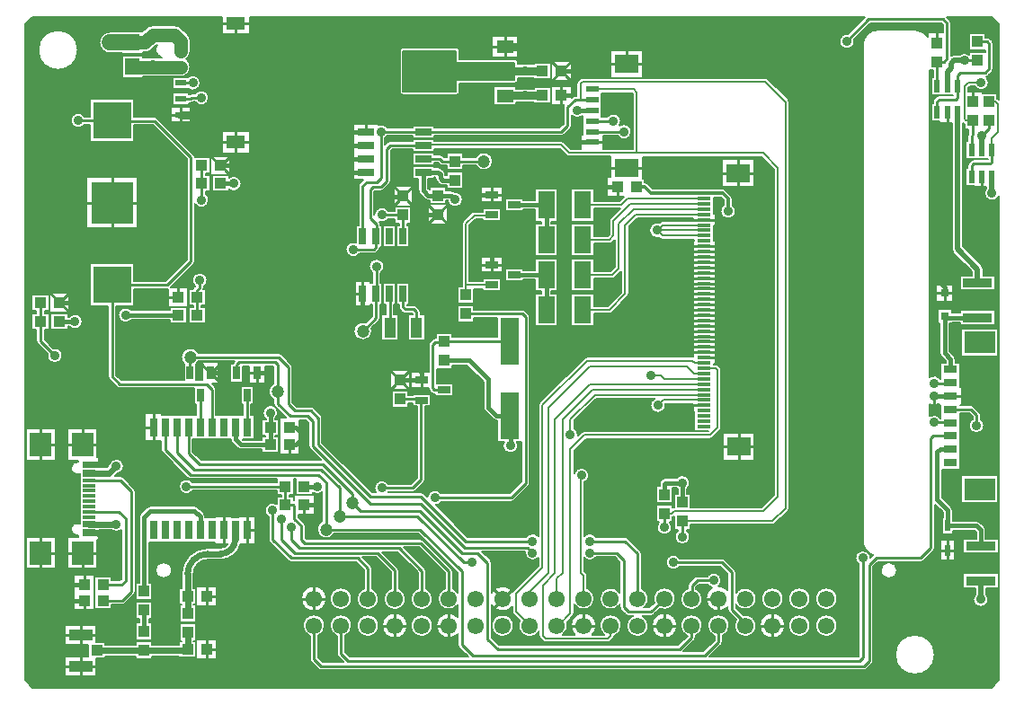
<source format=gbr>
G04 DesignSpark PCB PRO Gerber Version 10.0 Build 5299*
G04 #@! TF.Part,Single*
G04 #@! TF.FileFunction,Copper,L4,Bot*
G04 #@! TF.FilePolarity,Positive*
%FSLAX35Y35*%
%MOIN*%
G04 #@! TA.AperFunction,SMDPad,CuDef*
%ADD149R,0.01969X0.04232*%
%ADD172R,0.02362X0.04528*%
%ADD87R,0.02559X0.04724*%
%ADD138R,0.02559X0.06004*%
%ADD130R,0.03150X0.07087*%
%ADD85R,0.03937X0.04291*%
%ADD139R,0.04331X0.07480*%
%ADD143R,0.04528X0.01181*%
%ADD136R,0.05118X0.01181*%
%ADD173R,0.03937X0.02362*%
%ADD134R,0.05118X0.02362*%
%ADD84R,0.04724X0.02559*%
%ADD142R,0.06004X0.02559*%
%ADD140R,0.05118X0.03150*%
%ADD147R,0.11063X0.03465*%
%ADD133R,0.04134X0.03937*%
%ADD86R,0.04291X0.03937*%
%ADD132R,0.08661X0.04134*%
%ADD97R,0.05500X0.06000*%
%ADD137R,0.06300X0.10200*%
%ADD171R,0.07087X0.17323*%
%ADD144R,0.07874X0.08583*%
%ADD145R,0.06299X0.04724*%
%ADD174R,0.07087X0.04921*%
%ADD135R,0.08661X0.07087*%
%ADD141R,0.11811X0.08268*%
%ADD148R,0.03150X0.03150*%
%ADD170R,0.15748X0.15748*%
G04 #@! TD.AperFunction*
%ADD10C,0.00500*%
%ADD80C,0.00787*%
%ADD108C,0.00984*%
%ADD128C,0.01181*%
%ADD14C,0.01500*%
%ADD129C,0.01575*%
%ADD110C,0.02165*%
%ADD127C,0.02362*%
%ADD82C,0.03150*%
G04 #@! TA.AperFunction,ViaPad*
%ADD109C,0.03543*%
G04 #@! TA.AperFunction,SMDPad,CuDef*
%ADD131C,0.04724*%
G04 #@! TD.AperFunction*
%ADD126C,0.05118*%
G04 #@! TA.AperFunction,ViaPad*
%ADD13C,0.05600*%
G04 #@! TD.AperFunction*
%ADD124C,0.05906*%
G04 #@! TA.AperFunction,ComponentPad*
%ADD111C,0.06102*%
G04 #@! TA.AperFunction,SMDPad,CuDef*
%ADD146R,0.12992X0.12992*%
%ADD169R,0.14173X0.13780*%
G04 #@! TD.AperFunction*
X0Y0D02*
D02*
D10*
X9543Y252053D02*
Y8578D01*
X12227Y5894D01*
X367906D01*
X370590Y8578D01*
Y188239D01*
G75*
G02*
X365210Y189370I-2571J1132D01*
G01*
G75*
G02*
X365899Y191213I2809J0D01*
G01*
Y191583D01*
X361469D01*
Y192173D01*
X358319D01*
Y198776D01*
X359009D01*
Y199607D01*
G75*
G02*
X359457Y200688I1530J0D01*
G01*
X360245Y201476D01*
G75*
G02*
X361327Y201924I1081J-1081D01*
G01*
X366490D01*
Y202016D01*
X358319D01*
Y208618D01*
X359009D01*
Y210626D01*
G75*
G02*
Y210629I1114J2D01*
G01*
G75*
G02*
Y210630I1277J1D01*
G01*
G75*
G02*
X359403Y211655I1530J0D01*
G01*
Y213201D01*
X357925D01*
Y215023D01*
G75*
G02*
X357360Y215372I449J1359D01*
G01*
X357344Y215388D01*
Y169580D01*
X364203Y162720D01*
G75*
G02*
X364824Y161221I-1499J-1500D01*
G01*
X364825Y158813D01*
X369274D01*
Y153274D01*
X356136D01*
Y158813D01*
X360585D01*
X360584Y160343D01*
X353725Y167202D01*
G75*
G02*
X353104Y168701I1499J1500D01*
G01*
Y215402D01*
X348673D01*
Y215992D01*
X345524D01*
Y222594D01*
X346214D01*
Y223426D01*
G75*
G02*
X346662Y224507I1530J0D01*
G01*
X347450Y225294D01*
G75*
G02*
X348531Y225743I1081J-1081D01*
G01*
X353694D01*
Y225835D01*
X345524D01*
Y232437D01*
X346214D01*
Y235051D01*
X344976D01*
Y121216D01*
G75*
G02*
X348919Y120427I1586J-2319D01*
G01*
X349037D01*
Y126530D01*
X350846D01*
Y127047D01*
X349236Y128658D01*
G75*
G02*
X348712Y129922I1264J1264D01*
G01*
G75*
G02*
Y129925I641J2D01*
G01*
Y141091D01*
X347886D01*
Y146315D01*
X353110D01*
Y144957D01*
X356136D01*
Y145939D01*
X369274D01*
Y140400D01*
X356136D01*
Y141382D01*
X353110D01*
Y141091D01*
X352287D01*
Y130662D01*
X353898Y129051D01*
G75*
G02*
X354421Y127787I-1264J-1264D01*
G01*
G75*
G02*
Y127784I-641J-2D01*
G01*
Y126530D01*
X356230D01*
Y117278D01*
X356821D01*
Y110872D01*
X356230D01*
Y110683D01*
X360244D01*
G75*
G02*
X361326Y110235I0J-1530D01*
G01*
X363393Y108168D01*
G75*
G02*
X363841Y107087I-1081J-1081D01*
G01*
Y105506D01*
G75*
G02*
X365120Y103150I-1530J-2356D01*
G01*
G75*
G02*
X359502I-2809J0D01*
G01*
G75*
G02*
X360781Y105506I2809J0D01*
G01*
Y106453D01*
X359611Y107624D01*
X356230D01*
Y86856D01*
X349531D01*
Y76331D01*
X352944Y72918D01*
G75*
G02*
X353468Y71654I-1264J-1264D01*
G01*
G75*
G02*
Y71653I-635J0D01*
G01*
G75*
G02*
Y71651I-641J-1D01*
G01*
Y69098D01*
X353701D01*
Y67733D01*
X362311D01*
G75*
G02*
X363577Y67207I0J-1787D01*
G01*
X365148Y65636D01*
G75*
G02*
X365673Y64370I-1262J-1266D01*
G01*
Y61175D01*
X370455D01*
Y55636D01*
X357317D01*
Y61175D01*
X362098D01*
Y63630D01*
X361570Y64158D01*
X353701D01*
Y62791D01*
X349657D01*
Y69098D01*
X349893D01*
Y70913D01*
X346911Y73895D01*
Y57874D01*
G75*
G02*
X346463Y56793I-1530J0D01*
G01*
X342526Y52856D01*
G75*
G02*
X341444Y52407I-1081J1081D01*
G01*
X330048D01*
G75*
G02*
X332837Y49409I-217J-2998D01*
G01*
G75*
G02*
X326825I-3006J0D01*
G01*
G75*
G02*
X329613Y52407I3006J0D01*
G01*
X325724D01*
X324076Y50760D01*
Y15748D01*
G75*
G02*
X323628Y14667I-1530J0D01*
G01*
X321660Y12698D01*
G75*
G02*
X320578Y12250I-1081J1081D01*
G01*
X119374D01*
G75*
G02*
X118292Y12698I0J1530D01*
G01*
X115536Y15454D01*
G75*
G02*
X115088Y16536I1081J1081D01*
G01*
Y25067D01*
G75*
G02*
X112529Y28859I1530J3792D01*
G01*
G75*
G02*
X120706I4089J0D01*
G01*
G75*
G02*
X118147Y25067I-4089J0D01*
G01*
Y17169D01*
X120007Y15309D01*
X127650D01*
X125536Y17423D01*
G75*
G02*
X125088Y18504I1081J1081D01*
G01*
Y25067D01*
G75*
G02*
X122529Y28859I1530J3792D01*
G01*
G75*
G02*
X130706I4089J0D01*
G01*
G75*
G02*
X128147Y25067I-4089J0D01*
G01*
Y19138D01*
X130007Y17278D01*
X173776D01*
X170481Y20572D01*
G75*
G02*
X170033Y21654I1081J1081D01*
G01*
Y25660D01*
G75*
G02*
X161939Y28859I-3415J3198D01*
G01*
G75*
G02*
X170033Y32057I4679J0D01*
G01*
Y36611D01*
G75*
G02*
X162529Y38859I-3415J2248D01*
G01*
G75*
G02*
X165112Y42660I4089J0D01*
G01*
Y48383D01*
X155575Y57920D01*
X150074D01*
X157699Y50294D01*
G75*
G02*
X158147Y49213I-1081J-1081D01*
G01*
Y42650D01*
G75*
G02*
X160706Y38859I-1530J-3792D01*
G01*
G75*
G02*
X152529I-4089J0D01*
G01*
G75*
G02*
X155088Y42650I4089J0D01*
G01*
Y48580D01*
X147520Y56148D01*
X142043D01*
X147699Y50491D01*
G75*
G02*
X148147Y49410I-1081J-1081D01*
G01*
Y42650D01*
G75*
G02*
X150706Y38859I-1530J-3792D01*
G01*
G75*
G02*
X142529I-4089J0D01*
G01*
G75*
G02*
X145088Y42650I4089J0D01*
G01*
Y48776D01*
X139488Y54376D01*
X134602D01*
X137699Y51279D01*
G75*
G02*
X138147Y50197I-1081J-1081D01*
G01*
Y42650D01*
G75*
G02*
X140706Y38859I-1530J-3792D01*
G01*
G75*
G02*
X132529I-4089J0D01*
G01*
G75*
G02*
X135088Y42650I4089J0D01*
G01*
Y49564D01*
X132244Y52408D01*
X108177D01*
G75*
G02*
X107095Y52856I0J1530D01*
G01*
X100206Y59746D01*
G75*
G02*
X99757Y60827I1081J1081D01*
G01*
Y69298D01*
G75*
G02*
X98478Y71654I1530J2356D01*
G01*
G75*
G02*
X102870Y73974I2809J0D01*
G01*
Y76827D01*
X104525D01*
Y77508D01*
X102870D01*
Y78983D01*
X71754D01*
G75*
G02*
X66589Y80512I-2356J1530D01*
G01*
G75*
G02*
X71754Y82042I2809J0D01*
G01*
X102870D01*
Y83313D01*
X70776D01*
G75*
G02*
X69694Y83761I0J1530D01*
G01*
X60442Y93013D01*
G75*
G02*
X59994Y94095I1081J1081D01*
G01*
Y97388D01*
X53990D01*
Y107730D01*
X60396D01*
Y107140D01*
X72986D01*
Y110970D01*
X72199D01*
Y116975D01*
X44594D01*
G75*
G02*
X43513Y117423I0J1530D01*
G01*
X40757Y120179D01*
G75*
G02*
X40309Y121260I1081J1081D01*
G01*
Y147390D01*
X33713D01*
Y163244D01*
X49961D01*
Y156845D01*
X61677D01*
X69443Y164611D01*
Y202123D01*
X56953Y214612D01*
X49961D01*
Y208413D01*
X33713D01*
Y214809D01*
X31596D01*
G75*
G02*
X26431Y216339I-2356J1530D01*
G01*
G75*
G02*
X31596Y217869I2809J0D01*
G01*
X33713D01*
Y224268D01*
X49961D01*
Y217671D01*
X57586D01*
G75*
G02*
X58668Y217223I0J-1530D01*
G01*
X72054Y203838D01*
G75*
G02*
X72502Y202756I-1081J-1081D01*
G01*
Y202614D01*
X78134D01*
Y196602D01*
X76482D01*
Y195921D01*
X78134D01*
Y189909D01*
X76482D01*
Y189139D01*
G75*
G02*
X77718Y186811I-1573J-2328D01*
G01*
G75*
G02*
X72502Y185363I-2809J0D01*
G01*
Y164329D01*
G75*
G02*
X72510Y164173I-1531J-156D01*
G01*
G75*
G02*
X72502Y164015I-1536J1D01*
G01*
Y163974D01*
G75*
G02*
X72052Y162893I-1530J3D01*
G01*
X63542Y154384D01*
X70063D01*
Y147191D01*
X62516D01*
Y153800D01*
G75*
G02*
X62310Y153786I-205J1515D01*
G01*
X49961D01*
Y147390D01*
X43368D01*
Y121894D01*
X45228Y120034D01*
X68419D01*
Y126037D01*
X68478D01*
G75*
G02*
X67376Y128544I2297J2506D01*
G01*
G75*
G02*
X73811Y130073I3400J0D01*
G01*
X103452D01*
G75*
G02*
X104534Y129625I0J-1530D01*
G01*
X108274Y125885D01*
G75*
G02*
X108722Y124804I-1081J-1081D01*
G01*
Y111657D01*
X110188Y110191D01*
X115460D01*
G75*
G02*
X116542Y109743I0J-1530D01*
G01*
X119298Y106987D01*
G75*
G02*
X119746Y105906I-1081J-1081D01*
G01*
Y96795D01*
X138239Y78302D01*
X139543D01*
G75*
G02*
X139029Y79922I2295J1620D01*
G01*
G75*
G02*
X144194Y81451I2809J0D01*
G01*
X152622D01*
X154876Y83705D01*
Y110244D01*
X153201D01*
Y111506D01*
X151535D01*
Y109854D01*
X145524D01*
Y116220D01*
X151535D01*
Y114565D01*
X153201D01*
Y114878D01*
X160000D01*
Y110244D01*
X157935D01*
Y83071D01*
G75*
G02*
X157487Y81990I-1530J0D01*
G01*
X154337Y78840D01*
G75*
G02*
X153255Y78392I-1081J1081D01*
G01*
X144194D01*
G75*
G02*
X144133Y78302I-2356J1529D01*
G01*
X156405D01*
G75*
G02*
X157487Y77854I0J-1530D01*
G01*
X158724Y76616D01*
G75*
G02*
X163880Y77908I2799J-238D01*
G01*
X189138D01*
X193655Y82425D01*
Y97193D01*
X191836D01*
G75*
G02*
X192285Y95670I-2360J-1523D01*
G01*
G75*
G02*
X186667I-2809J0D01*
G01*
G75*
G02*
X187116Y97193I2809J0D01*
G01*
X184697D01*
Y105103D01*
X184164D01*
G75*
G02*
X182897Y105626I-3J1787D01*
G01*
X179944Y108579D01*
G75*
G02*
X179421Y109843I1264J1264D01*
G01*
G75*
G02*
Y109844I635J0D01*
G01*
G75*
G02*
Y109846I641J1D01*
G01*
Y119535D01*
X173417Y125540D01*
X167874D01*
Y124146D01*
X162265D01*
Y118657D01*
X168268D01*
Y114024D01*
X161469D01*
Y114809D01*
X161327D01*
G75*
G02*
X160245Y115257I0J1530D01*
G01*
X159654Y115848D01*
G75*
G02*
X159206Y116930I1081J1081D01*
G01*
Y117213D01*
X152610D01*
Y123028D01*
X159206D01*
Y133071D01*
G75*
G02*
X159654Y134153I1530J0D01*
G01*
X160639Y135137D01*
G75*
G02*
X161720Y135585I1081J-1081D01*
G01*
X161862D01*
Y137512D01*
X167874D01*
Y135979D01*
X184697D01*
Y143156D01*
X178479D01*
G75*
G02*
X178339Y143160I-26J1530D01*
G01*
X175947D01*
Y141508D01*
X169935D01*
Y147874D01*
X175947D01*
Y146219D01*
X178422D01*
G75*
G02*
X178561Y146215I26J-1530D01*
G01*
X193806D01*
G75*
G02*
X194888Y145767I0J-1530D01*
G01*
X196266Y144389D01*
G75*
G02*
X196714Y143307I-1081J-1081D01*
G01*
Y81792D01*
G75*
G02*
X196266Y80710I-1530J0D01*
G01*
X190853Y75297D01*
G75*
G02*
X189771Y74849I-1081J1081D01*
G01*
X163880D01*
G75*
G02*
X161761Y73580I-2356J1530D01*
G01*
X173574Y61766D01*
X195387D01*
G75*
G02*
X199856Y62089I2356J-1530D01*
G01*
Y110630D01*
G75*
G02*
X200277Y111644I1431J0D01*
G01*
X216809Y128176D01*
G75*
G02*
X217822Y128597I1014J-1010D01*
G01*
X256995D01*
G75*
G02*
X257140Y128589I-2J-1431D01*
G01*
Y171904D01*
X257730D01*
Y172191D01*
X245776D01*
G75*
G02*
X244762Y172612I0J1431D01*
G01*
X244504Y172869D01*
G75*
G02*
X240998Y175591I-697J2721D01*
G01*
G75*
G02*
X244504Y178312I2809J0D01*
G01*
X244762Y178569D01*
G75*
G02*
X245776Y178990I1014J-1010D01*
G01*
X257140D01*
Y180065D01*
X236526D01*
X233427Y176966D01*
Y151969D01*
G75*
G02*
X233006Y150955I-1431J0D01*
G01*
X227104Y145053D01*
G75*
G02*
X226091Y144632I-1014J1010D01*
G01*
X220441D01*
Y139925D01*
X212067D01*
Y152201D01*
X220441D01*
Y147494D01*
X225498D01*
X230565Y152561D01*
Y160324D01*
X228285Y158045D01*
G75*
G02*
X227272Y157624I-1014J1010D01*
G01*
X220441D01*
Y152917D01*
X212067D01*
Y165193D01*
X220441D01*
Y160486D01*
X226679D01*
X228203Y162010D01*
Y172135D01*
X227102Y171035D01*
G75*
G02*
X226087Y170616I-1012J1011D01*
G01*
X220441D01*
Y165909D01*
X212067D01*
Y178185D01*
X220441D01*
Y173478D01*
X225498D01*
X226234Y174215D01*
Y179134D01*
G75*
G02*
X226655Y180147I1431J0D01*
G01*
X230116Y183608D01*
X220441D01*
Y178902D01*
X212067D01*
Y191177D01*
X220441D01*
Y186470D01*
X229828D01*
X231496Y188138D01*
X225311D01*
Y195331D01*
X226628D01*
Y202959D01*
X211267D01*
G75*
G02*
X210254Y203380I0J1431D01*
G01*
X207781Y205853D01*
X161280D01*
Y204907D01*
X153201D01*
Y205695D01*
X145621D01*
X145139Y205213D01*
Y193898D01*
G75*
G02*
X144691Y192817I-1530J0D01*
G01*
X142526Y190651D01*
G75*
G02*
X141444Y190203I-1081J1081D01*
G01*
X139125D01*
X139037Y190115D01*
Y181509D01*
G75*
G02*
X144194Y182829I2801J-210D01*
G01*
X146705D01*
Y184528D01*
X152717D01*
Y178161D01*
X151261D01*
Y177512D01*
X152047D01*
Y169433D01*
X147413D01*
Y177512D01*
X148202D01*
Y178161D01*
X146705D01*
Y179770D01*
X144194D01*
G75*
G02*
X141054Y178602I-2356J1530D01*
G01*
G75*
G02*
X141309Y177756I-1274J-846D01*
G01*
G75*
G02*
Y177737I-1628J-9D01*
G01*
X141306Y177512D01*
X142047D01*
Y169433D01*
X141261D01*
Y169351D01*
G75*
G02*
X140813Y168269I-1530J0D01*
G01*
X139967Y167423D01*
G75*
G02*
X138885Y166975I-1081J1081D01*
G01*
X133565D01*
G75*
G02*
X128399Y168504I-2356J1530D01*
G01*
G75*
G02*
X132413Y171042I2809J0D01*
G01*
Y177512D01*
X133202D01*
Y192107D01*
G75*
G02*
X133650Y193188I1530J0D01*
G01*
X134779Y194317D01*
X131256D01*
Y215132D01*
X140516D01*
Y214876D01*
G75*
G02*
X143801Y213754I929J-2651D01*
G01*
X153201D01*
Y214541D01*
X161280D01*
Y213734D01*
X207740D01*
X209206Y215200D01*
Y221260D01*
G75*
G02*
X209395Y221996I1530J0D01*
G01*
X204555D01*
Y229189D01*
X212102D01*
Y224790D01*
X212410Y225097D01*
G75*
G02*
X213492Y225545I1081J-1081D01*
G01*
X214029D01*
Y229922D01*
G75*
G02*
X214450Y230935I1431J0D01*
G01*
X215234Y231719D01*
G75*
G02*
X216248Y232140I1014J-1010D01*
G01*
X283965D01*
G75*
G02*
X284978Y231719I0J-1431D01*
G01*
X292455Y224242D01*
G75*
G02*
X292876Y223229I-1010J-1014D01*
G01*
Y72441D01*
G75*
G02*
X292455Y71428I-1431J0D01*
G01*
X287734Y66706D01*
G75*
G02*
X286720Y66285I-1014J1010D01*
G01*
X256262D01*
Y64533D01*
X254785D01*
Y64168D01*
G75*
G02*
X256065Y61811I-1530J-2356D01*
G01*
G75*
G02*
X250447I-2809J0D01*
G01*
G75*
G02*
X251726Y64168I2809J0D01*
G01*
Y64533D01*
X250250D01*
Y69393D01*
G75*
G02*
X249569Y69100I-888J1122D01*
G01*
Y67333D01*
X248557D01*
G75*
G02*
X249372Y65355I-1994J-1978D01*
G01*
G75*
G02*
X243754I-2809J0D01*
G01*
G75*
G02*
X244569Y67333I2809J0D01*
G01*
X243557D01*
Y73699D01*
X249569D01*
Y72586D01*
G75*
G02*
X250109Y72691I537J-1326D01*
G01*
X250250D01*
Y77900D01*
X251469D01*
Y79723D01*
G75*
G02*
X251089Y80102I1787J2167D01*
G01*
X249569D01*
Y74333D01*
X243557D01*
Y80699D01*
X244776D01*
Y81493D01*
G75*
G02*
Y81495I651J1D01*
G01*
G75*
G02*
Y81496I663J0D01*
G01*
G75*
G02*
X245299Y82760I1787J0D01*
G01*
X245693Y83154D01*
G75*
G02*
X246960Y83677I1264J-1264D01*
G01*
X251089D01*
G75*
G02*
X256065Y81890I2167J-1787D01*
G01*
G75*
G02*
X255043Y79723I-2809J0D01*
G01*
Y77900D01*
X256262D01*
Y72691D01*
X282584D01*
X287258Y77365D01*
Y198226D01*
X282584Y202900D01*
X238545D01*
Y194740D01*
X239268D01*
Y193360D01*
X239277D01*
G75*
G02*
X240430Y192883I2J-1628D01*
G01*
X242316Y190998D01*
X268215D01*
G75*
G02*
X269368Y190521I2J-1628D01*
G01*
X271336Y188553D01*
G75*
G02*
X271813Y187402I-1151J-1151D01*
G01*
Y184967D01*
G75*
G02*
X272994Y182678I-1628J-2289D01*
G01*
G75*
G02*
X267376I-2809J0D01*
G01*
G75*
G02*
X268557Y184967I2809J0D01*
G01*
Y186728D01*
X267543Y187742D01*
X264923D01*
Y181746D01*
X265514D01*
Y177309D01*
X264923D01*
Y171904D01*
X265514D01*
Y126128D01*
X264923D01*
Y125841D01*
X265461D01*
G75*
G02*
X266474Y125420I0J-1431D01*
G01*
X267258Y124635D01*
G75*
G02*
X267679Y123622I-1010J-1014D01*
G01*
Y102362D01*
G75*
G02*
X267258Y101349I-1431J0D01*
G01*
X264506Y98596D01*
G75*
G02*
X263492Y98175I-1014J1010D01*
G01*
X217431D01*
X213151Y93895D01*
Y85411D01*
G75*
G02*
X218663Y84646I2703J-765D01*
G01*
G75*
G02*
X216892Y82036I-2809J0D01*
G01*
Y62089D01*
G75*
G02*
X221360Y61766I2112J-1852D01*
G01*
X231995D01*
G75*
G02*
X233077Y61318I0J-1530D01*
G01*
X237699Y56696D01*
G75*
G02*
X238147Y55615I-1081J-1081D01*
G01*
Y42650D01*
G75*
G02*
X239067Y35585I-1530J-3792D01*
G01*
X241008D01*
X242805Y37382D01*
G75*
G02*
X242529Y38859I3813J1477D01*
G01*
G75*
G02*
X250706I4089J0D01*
G01*
G75*
G02*
X244898Y35149I-4089J0D01*
G01*
X242723Y32974D01*
G75*
G02*
X241641Y32526I-1081J1081D01*
G01*
X238425D01*
G75*
G02*
X240706Y28859I-1807J-3667D01*
G01*
G75*
G02*
X232529I-4089J0D01*
G01*
G75*
G02*
X234810Y32526I4089J0D01*
G01*
X233177D01*
G75*
G02*
X232095Y32974I0J1530D01*
G01*
X230520Y34549D01*
G75*
G02*
X230072Y35630I1081J1081D01*
G01*
Y36672D01*
G75*
G02*
X222529Y38859I-3455J2187D01*
G01*
G75*
G02*
X230072Y41045I4089J0D01*
G01*
Y52517D01*
X228213Y54376D01*
X221360D01*
G75*
G02*
X216892Y54054I-2356J1530D01*
G01*
Y48995D01*
X217628Y48258D01*
G75*
G02*
X218049Y47244I-1010J-1014D01*
G01*
Y42689D01*
G75*
G02*
X220706Y38859I-1431J-3830D01*
G01*
G75*
G02*
X213151Y36691I-4089J0D01*
G01*
Y33465D01*
G75*
G02*
X212730Y32452I-1431J0D01*
G01*
X210480Y30201D01*
G75*
G02*
X208871Y25447I-3862J-1342D01*
G01*
X213415D01*
G75*
G02*
X211939Y28859I3203J3411D01*
G01*
G75*
G02*
X221297I4679J0D01*
G01*
G75*
G02*
X219820Y25447I-4679J0D01*
G01*
X224364D01*
G75*
G02*
X222529Y28859I2254J3411D01*
G01*
G75*
G02*
X230706I4089J0D01*
G01*
G75*
G02*
X228039Y25025I-4089J0D01*
G01*
G75*
G02*
X227628Y24184I-1420J173D01*
G01*
X226450Y23006D01*
G75*
G02*
X225437Y22585I-1014J1010D01*
G01*
X202665D01*
G75*
G02*
X201652Y23006I0J1431D01*
G01*
X200474Y24184D01*
G75*
G02*
X200053Y25197I1010J1014D01*
G01*
Y26641D01*
G75*
G02*
X192961Y30688I-3435J2217D01*
G01*
X190631Y33019D01*
G75*
G02*
X190210Y34032I1010J1014D01*
G01*
Y35861D01*
G75*
G02*
X182541Y36562I-3593J2998D01*
G01*
Y29169D01*
G75*
G02*
X190706Y28859I4077J-311D01*
G01*
G75*
G02*
X182541Y28548I-4089J0D01*
G01*
Y24453D01*
X185385Y21609D01*
X251654D01*
X255088Y25043D01*
Y25067D01*
G75*
G02*
X252529Y28859I1530J3792D01*
G01*
G75*
G02*
X260706I4089J0D01*
G01*
G75*
G02*
X258147Y25067I-4089J0D01*
G01*
Y24410D01*
G75*
G02*
X257699Y23328I-1530J0D01*
G01*
X253617Y19246D01*
X260866D01*
X265088Y23469D01*
Y25067D01*
G75*
G02*
X262529Y28859I1530J3792D01*
G01*
G75*
G02*
X270706I4089J0D01*
G01*
G75*
G02*
X268147Y25067I-4089J0D01*
G01*
Y22835D01*
G75*
G02*
X267699Y21754I-1530J0D01*
G01*
X263224Y17278D01*
X318370D01*
X318655Y17563D01*
Y51581D01*
G75*
G02*
X317376Y53937I1530J2356D01*
G01*
G75*
G02*
X322993Y54003I2809J0D01*
G01*
X323996Y55006D01*
G75*
G02*
X320197Y60236I1701J5230D01*
G01*
Y244488D01*
G75*
G02*
X325697Y249988I5500J0D01*
G01*
X339476D01*
G75*
G02*
X344146Y247395I0J-5500D01*
G01*
Y249008D01*
X349757D01*
Y251926D01*
X349276Y252408D01*
X322983D01*
X316988Y246413D01*
G75*
G02*
X317088Y245670I-2709J-743D01*
G01*
G75*
G02*
X311470I-2809J0D01*
G01*
G75*
G02*
X314697Y248448I2809J0D01*
G01*
X320986Y254737D01*
X92835D01*
Y248295D01*
X82492D01*
Y254737D01*
X12227D01*
X9543Y252053D01*
X347295Y155567D02*
X353701D01*
Y149161D01*
X347295D01*
Y155567D01*
X356518Y139128D02*
X370404D01*
Y128785D01*
X356518D01*
Y139128D01*
Y84600D02*
X370404D01*
Y74258D01*
X356518D01*
Y84600D01*
X357317Y48301D02*
X370455D01*
Y42762D01*
X366006D01*
X366006Y40426D01*
G75*
G02*
X366694Y38583I-2120J-1843D01*
G01*
G75*
G02*
X361076I-2809J0D01*
G01*
G75*
G02*
X361765Y40426I2809J0D01*
G01*
X361766Y42762D01*
X357317D01*
Y48301D01*
X349067Y60634D02*
X354291D01*
Y53146D01*
X349067D01*
Y60634D01*
X332140Y18110D02*
G75*
G02*
X346813I7337J0D01*
G01*
G75*
G02*
X332140I-7337J0D01*
G01*
X152529Y28859D02*
G75*
G02*
X160706I4089J0D01*
G01*
G75*
G02*
X152529I-4089J0D01*
G01*
X141939D02*
G75*
G02*
X151297I4679J0D01*
G01*
G75*
G02*
X141939I-4679J0D01*
G01*
X132529D02*
G75*
G02*
X140706I4089J0D01*
G01*
G75*
G02*
X132529I-4089J0D01*
G01*
X111939Y38859D02*
G75*
G02*
X121297I4679J0D01*
G01*
G75*
G02*
X111939I-4679J0D01*
G01*
X122529D02*
G75*
G02*
X130706I4089J0D01*
G01*
G75*
G02*
X122529I-4089J0D01*
G01*
X50642Y37874D02*
X56654D01*
Y31508D01*
X55474D01*
Y29913D01*
X56654D01*
Y23547D01*
X50642D01*
Y29913D01*
X51824D01*
Y31508D01*
X50642D01*
Y37874D01*
X88636Y69541D02*
X95041D01*
Y59199D01*
X89508D01*
G75*
G02*
X81996Y53293I-7512J1825D01*
G01*
X77271D01*
G75*
G03*
X72009Y48031I0J-5262D01*
G01*
Y42770D01*
X73016D01*
Y36758D01*
X72009D01*
Y36604D01*
X72795D01*
Y30238D01*
X66783D01*
Y36604D01*
X67572D01*
Y36758D01*
X66650D01*
Y42770D01*
X67572D01*
Y48031D01*
G75*
G02*
X77271Y57730I9699J0D01*
G01*
X81996D01*
G75*
G03*
X84737Y59199I0J3294D01*
G01*
X79974D01*
Y59789D01*
X55474D01*
Y44874D01*
X56654D01*
Y38508D01*
X50642D01*
Y44874D01*
X51824D01*
Y69095D01*
G75*
G02*
X52359Y70385I1825J0D01*
G01*
X54721Y72747D01*
G75*
G02*
X56012Y73282I1291J-1290D01*
G01*
X72350D01*
G75*
G02*
X73641Y72747I0J-1825D01*
G01*
X75806Y70582D01*
G75*
G02*
X76341Y69292I-1290J-1291D01*
G01*
Y68951D01*
X79974D01*
Y69541D01*
X86380D01*
Y68951D01*
X88636D01*
Y69541D01*
X73059Y23675D02*
X80606D01*
Y16482D01*
X73059D01*
Y23675D01*
Y43360D02*
X80606D01*
Y36167D01*
X73059D01*
Y43360D01*
X72053Y23085D02*
X73016D01*
Y17073D01*
X66650D01*
Y17467D01*
X56654D01*
Y16547D01*
X50642D01*
Y17467D01*
X39213D01*
Y16679D01*
X36063D01*
Y10183D01*
X24146D01*
Y17573D01*
X33004D01*
Y21797D01*
X24146D01*
Y29187D01*
X36063D01*
Y22691D01*
X39213D01*
Y21904D01*
X50642D01*
Y22913D01*
X56654D01*
Y21904D01*
X66650D01*
Y23085D01*
X67616D01*
Y23238D01*
X66783D01*
Y29604D01*
X72795D01*
Y23238D01*
X72053D01*
Y23085D01*
X57927Y49409D02*
G75*
G02*
X63939I3006J0D01*
G01*
G75*
G02*
X57927I-3006J0D01*
G01*
X32335Y195331D02*
X51339D01*
Y176327D01*
X32335D01*
Y195331D01*
X71509Y157087D02*
G75*
G02*
X77128I2809J0D01*
G01*
G75*
G02*
X75852Y154733I-2809J0D01*
G01*
Y154414D01*
G75*
G02*
X75720Y153793I-1530J0D01*
G01*
X76472D01*
Y147781D01*
X74820D01*
Y147100D01*
X76472D01*
Y141089D01*
X70106D01*
Y147100D01*
X71761D01*
Y147781D01*
X70106D01*
Y153793D01*
X71693D01*
G75*
G02*
X72017Y154271I1405J-604D01*
G01*
X72606Y154860D01*
G75*
G02*
X71509Y157087I1713J2227D01*
G01*
X63106Y147100D02*
X69472D01*
Y141089D01*
X63106D01*
Y142347D01*
X49005D01*
G75*
G02*
X44029Y144134I-2167J1787D01*
G01*
G75*
G02*
X49005Y145922I2809J0D01*
G01*
X63106D01*
Y147100D01*
X198669Y165193D02*
X207043D01*
Y152917D01*
X204643D01*
Y152201D01*
X207043D01*
Y139925D01*
X198669D01*
Y152201D01*
X201068D01*
Y152917D01*
X198669D01*
Y157268D01*
X194254D01*
Y156738D01*
X187455D01*
Y161372D01*
X194254D01*
Y160843D01*
X198669D01*
Y165193D01*
Y191177D02*
X207043D01*
Y178902D01*
X204643D01*
Y178185D01*
X207043D01*
Y165909D01*
X198669D01*
Y178185D01*
X201068D01*
Y178902D01*
X198669D01*
Y183252D01*
X194254D01*
Y182722D01*
X187455D01*
Y187356D01*
X194254D01*
Y186827D01*
X198669D01*
Y191177D01*
X146114Y192118D02*
X153307D01*
Y184571D01*
X146114D01*
Y192118D01*
X165998Y197321D02*
X172010D01*
Y190955D01*
X165998D01*
Y192350D01*
X164280D01*
G75*
G02*
X163013Y192876I0J1787D01*
G01*
X162230Y193659D01*
G75*
G02*
X161705Y194925I1262J1266D01*
G01*
Y195437D01*
X161280D01*
Y194907D01*
X158980D01*
Y191095D01*
X159500Y190575D01*
Y191724D01*
X165512D01*
Y190327D01*
X167469D01*
G75*
G02*
X168735Y189804I3J-1787D01*
G01*
G75*
G02*
X171813Y187008I269J-2796D01*
G01*
G75*
G02*
X166206Y186752I-2809J0D01*
G01*
X165512D01*
Y185358D01*
X159500D01*
Y186752D01*
X159011D01*
G75*
G02*
X157744Y187276I-3J1787D01*
G01*
X155929Y189091D01*
G75*
G02*
X155405Y190355I1264J1264D01*
G01*
G75*
G02*
Y190356I635J0D01*
G01*
G75*
G02*
Y190358I641J1D01*
G01*
Y194907D01*
X153201D01*
Y199541D01*
X161280D01*
Y199012D01*
X162724D01*
G75*
G02*
X163991Y198486I0J-1787D01*
G01*
X164754Y197723D01*
G75*
G02*
X165280Y196457I-1262J-1266D01*
G01*
Y195925D01*
X165998D01*
Y197321D01*
X179187Y183577D02*
X185986D01*
Y178943D01*
X179187D01*
Y179671D01*
X176683D01*
X174372Y177360D01*
Y156707D01*
X179187D01*
Y157593D01*
X185986D01*
Y152959D01*
X179187D01*
Y153844D01*
X175947D01*
Y148508D01*
X169935D01*
Y154874D01*
X171510D01*
Y177953D01*
G75*
G02*
X171931Y178966I1431J0D01*
G01*
X175077Y182113D01*
G75*
G02*
X176091Y182533I1014J-1010D01*
G01*
X179187D01*
Y183577D01*
X178596Y165742D02*
X186577D01*
Y159927D01*
X178596D01*
Y165742D01*
X158909Y185315D02*
X166102D01*
Y177768D01*
X158909D01*
Y185315D01*
X176597Y202711D02*
G75*
G02*
X183033Y201181I3036J-1530D01*
G01*
G75*
G02*
X176597Y199652I-3400J0D01*
G01*
X172558D01*
G75*
G02*
X172187Y199608I-361J1486D01*
G01*
X172010D01*
Y197955D01*
X165998D01*
Y199608D01*
X164280D01*
G75*
G02*
X163198Y200056I0J1530D01*
G01*
X162559Y200695D01*
X161280D01*
Y199907D01*
X153201D01*
Y204541D01*
X161280D01*
Y203754D01*
X163193D01*
G75*
G02*
X164274Y203306I0J-1530D01*
G01*
X164913Y202667D01*
X165998D01*
Y204321D01*
X172010D01*
Y202693D01*
G75*
G02*
X172250Y202711I230J-1513D01*
G01*
X176597D01*
X178596Y191726D02*
X186577D01*
Y185911D01*
X178596D01*
Y191726D01*
X156163Y144346D02*
X157835D01*
Y134791D01*
X151429D01*
Y144346D01*
X153104D01*
Y144643D01*
X153016Y144731D01*
X150500D01*
G75*
G02*
X149418Y145179I0J1530D01*
G01*
X148631Y145966D01*
G75*
G02*
X148183Y147048I1081J1081D01*
G01*
Y148079D01*
X147413D01*
Y156157D01*
X152047D01*
Y148079D01*
X151242D01*
Y147790D01*
X153649D01*
G75*
G02*
X154731Y147342I0J-1530D01*
G01*
X155715Y146357D01*
G75*
G02*
X156163Y145276I-1081J-1081D01*
G01*
Y144346D01*
X142413Y177512D02*
X147047D01*
Y169433D01*
X142413D01*
Y177512D01*
X137061Y162205D02*
G75*
G02*
X142679I2809J0D01*
G01*
G75*
G02*
X141399Y159849I-2809J0D01*
G01*
Y156157D01*
X142047D01*
Y148079D01*
X141261D01*
Y143170D01*
G75*
G02*
X140813Y142088I-1530J0D01*
G01*
X137980Y139255D01*
G75*
G02*
X138151Y138189I-3229J-1065D01*
G01*
G75*
G02*
X131352I-3400J0D01*
G01*
G75*
G02*
X135817Y141418I3400J0D01*
G01*
X138202Y143803D01*
Y148079D01*
X137638D01*
Y147488D01*
X131823D01*
Y156748D01*
X137638D01*
Y156157D01*
X138340D01*
Y159849D01*
G75*
G02*
X137061Y162205I1530J2356D01*
G01*
X146320Y144346D02*
X147992D01*
Y134791D01*
X141587D01*
Y144346D01*
X143261D01*
Y148079D01*
X142413D01*
Y156157D01*
X147047D01*
Y148079D01*
X146320D01*
Y144346D01*
X144933Y123811D02*
X152126D01*
Y116264D01*
X144933D01*
Y123811D01*
X292529Y28859D02*
G75*
G02*
X300706I4089J0D01*
G01*
G75*
G02*
X292529I-4089J0D01*
G01*
Y38859D02*
G75*
G02*
X300706I4089J0D01*
G01*
G75*
G02*
X292529I-4089J0D01*
G01*
X281939Y28859D02*
G75*
G02*
X291297I4679J0D01*
G01*
G75*
G02*
X281939I-4679J0D01*
G01*
X282529Y38859D02*
G75*
G02*
X290706I4089J0D01*
G01*
G75*
G02*
X282529I-4089J0D01*
G01*
X273092Y40929D02*
G75*
G02*
X280706Y38859I3526J-2070D01*
G01*
G75*
G02*
X273092Y36788I-4089J0D01*
G01*
Y35531D01*
X275766Y32857D01*
G75*
G02*
X280706Y28859I852J-3999D01*
G01*
G75*
G02*
X272529I-4089J0D01*
G01*
G75*
G02*
X273198Y31100I4089J0D01*
G01*
X270481Y33817D01*
G75*
G02*
X270033Y34898I1081J1081D01*
G01*
Y35660D01*
G75*
G02*
X261939Y38859I-3415J3198D01*
G01*
G75*
G02*
X264294Y42920I4679J0D01*
G01*
G75*
G02*
X262513Y44140I575J2750D01*
G01*
X259401D01*
X258328Y43068D01*
Y42572D01*
G75*
G02*
X260706Y38859I-1711J-3713D01*
G01*
G75*
G02*
X252529I-4089J0D01*
G01*
G75*
G02*
X255269Y42719I4089J0D01*
G01*
Y43701D01*
G75*
G02*
X255717Y44783I1530J0D01*
G01*
X257686Y46751D01*
G75*
G02*
X258768Y47199I1081J-1081D01*
G01*
X262513D01*
G75*
G02*
X267679Y45670I2356J-1530D01*
G01*
G75*
G02*
X266698Y43537I-2809J0D01*
G01*
G75*
G02*
X270033Y42057I-80J-4678D01*
G01*
Y47989D01*
X267189Y50833D01*
X252265D01*
G75*
G02*
X247100Y52363I-2356J1530D01*
G01*
G75*
G02*
X252265Y53892I2809J0D01*
G01*
X267822D01*
G75*
G02*
X268904Y53444I0J-1530D01*
G01*
X272644Y49704D01*
G75*
G02*
X273092Y48622I-1081J-1081D01*
G01*
Y40929D01*
X267927Y202022D02*
X279844D01*
Y191679D01*
X267927D01*
Y202022D01*
X268163Y100447D02*
X280081D01*
Y90104D01*
X268163D01*
Y100447D01*
X241939Y28859D02*
G75*
G02*
X251297I4679J0D01*
G01*
G75*
G02*
X241939I-4679J0D01*
G01*
X198146Y237654D02*
X204512D01*
Y231642D01*
X198146D01*
Y232034D01*
X196021D01*
G75*
G02*
X193955I-1033J2612D01*
G01*
X192338D01*
Y231497D01*
G75*
G02*
X191050Y230209I-1287J0D01*
G01*
X170684D01*
Y227166D01*
G75*
G02*
X169397Y225879I-1287J0D01*
G01*
X149712D01*
G75*
G02*
X148424Y227166I0J1287D01*
G01*
Y242127D01*
G75*
G02*
X149712Y243414I1287J0D01*
G01*
X169397D01*
G75*
G02*
X170684Y242127I0J-1287D01*
G01*
Y239083D01*
X191050D01*
G75*
G02*
X192338Y237796I0J-1287D01*
G01*
Y237258D01*
X193955D01*
G75*
G02*
X196021I1033J-2612D01*
G01*
X198146D01*
Y237654D01*
Y228598D02*
X204512D01*
Y222587D01*
X198146D01*
Y222979D01*
X196021D01*
G75*
G02*
X193955I-1033J2612D01*
G01*
X191673D01*
Y222173D01*
X183299D01*
Y228972D01*
X191673D01*
Y228203D01*
X193955D01*
G75*
G02*
X196021I1033J-2612D01*
G01*
X198146D01*
Y228598D01*
X182709Y247673D02*
X192264D01*
Y239693D01*
X182709D01*
Y247673D01*
X204555Y238244D02*
X212102D01*
Y231051D01*
X204555D01*
Y238244D01*
X226628Y242573D02*
X238545D01*
Y232230D01*
X226628D01*
Y242573D01*
X302529Y28859D02*
G75*
G02*
X310706I4089J0D01*
G01*
G75*
G02*
X302529I-4089J0D01*
G01*
Y38859D02*
G75*
G02*
X310706I4089J0D01*
G01*
G75*
G02*
X302529I-4089J0D01*
G01*
X14423Y242520D02*
G75*
G02*
X29096I7337J0D01*
G01*
G75*
G02*
X14423I-7337J0D01*
G01*
X18492Y152417D02*
X26039D01*
Y145224D01*
X18492D01*
Y152417D01*
X25892Y143520D02*
G75*
G02*
X30868Y141733I2167J-1787D01*
G01*
G75*
G02*
X25892Y139945I-2809J0D01*
G01*
X25449D01*
Y138728D01*
X19083D01*
Y144740D01*
X25449D01*
Y143520D01*
X25892D01*
X50006Y79822D02*
G75*
G02*
X50454Y78741I-1081J-1081D01*
G01*
Y41536D01*
G75*
G02*
X50006Y40454I-1530J0D01*
G01*
X46660Y37108D01*
G75*
G02*
X45578Y36660I-1081J1081D01*
G01*
X41630D01*
Y35185D01*
X35264D01*
Y47102D01*
X41630D01*
Y45624D01*
X44748D01*
X45230Y46106D01*
Y64393D01*
G75*
G02*
X41690Y64317I-1817J2143D01*
G01*
X36982D01*
Y60577D01*
X36392D01*
Y49947D01*
X25262D01*
Y61785D01*
X29199D01*
Y62315D01*
G75*
G02*
X26541Y64606I-341J2292D01*
G01*
G75*
G02*
X29789Y66728I2317J0D01*
G01*
Y85241D01*
G75*
G02*
X26541Y87362I-931J2122D01*
G01*
G75*
G02*
X29199Y89654I2317J0D01*
G01*
Y90183D01*
X25262D01*
Y102022D01*
X36392D01*
Y91392D01*
X36982D01*
Y87652D01*
X39824D01*
X40645Y88473D01*
G75*
G02*
X46222Y87993I2768J-480D01*
G01*
G75*
G02*
X43640Y85193I-2809J0D01*
G01*
X42851Y84404D01*
X44791D01*
G75*
G02*
X45873Y83956I0J-1530D01*
G01*
X50006Y79822D01*
X27673Y47693D02*
X35220D01*
Y34594D01*
X27673D01*
Y47693D01*
X69774Y248411D02*
G75*
G02*
X70828Y245867I-2542J-2544D01*
G01*
Y242126D01*
G75*
G02*
X70236Y240149I-3597J0D01*
G01*
Y239909D01*
X70064D01*
G75*
G02*
X69285Y239174I-2832J2217D01*
G01*
G75*
G02*
X70061Y238441I-2053J-2954D01*
G01*
X70236D01*
Y238198D01*
G75*
G02*
Y234244I-3005J-1977D01*
G01*
Y234004D01*
X70064D01*
G75*
G02*
X67232Y232624I-2832J2217D01*
G01*
X58137D01*
G75*
G02*
X55461I-1338J3596D01*
G01*
X53106D01*
Y232213D01*
X45531D01*
Y240287D01*
X53106D01*
Y239817D01*
X55461D01*
G75*
G02*
X58137I1338J-3596D01*
G01*
X60139D01*
G75*
G02*
X58467Y244435I794J2899D01*
G01*
X58289D01*
X56559Y242706D01*
G75*
G02*
X54015Y241652I-2544J2542D01*
G01*
X53106D01*
Y241213D01*
X45531D01*
Y241286D01*
X41051D01*
G75*
G02*
X37061Y245276I0J3990D01*
G01*
G75*
G02*
X41051Y249266I3990J0D01*
G01*
X45531D01*
Y249287D01*
X52968D01*
X54255Y250574D01*
G75*
G02*
X56799Y251628I2544J-2542D01*
G01*
X65067D01*
G75*
G02*
X67611Y250574I0J-3596D01*
G01*
X69774Y248411D01*
X63634Y221315D02*
X70827D01*
Y215697D01*
X63634D01*
Y221315D01*
X72553Y226333D02*
G75*
G02*
X77718Y224804I2356J-1530D01*
G01*
G75*
G02*
X72553Y223274I-2809J0D01*
G01*
X71996D01*
G75*
G02*
X70968Y222880I-1024J1136D01*
G01*
X70236D01*
Y222193D01*
X64224D01*
Y226630D01*
X70236D01*
Y225939D01*
X70341D01*
G75*
G02*
X71370Y226333I1024J-1136D01*
G01*
X72553D01*
X70039Y232535D02*
G75*
G02*
X74569Y230315I1721J-2220D01*
G01*
G75*
G02*
X70034Y228098I-2809J0D01*
G01*
X64224D01*
Y232535D01*
X70039D01*
X78177Y203205D02*
X85724D01*
Y196012D01*
X78177D01*
Y203205D01*
X85134Y195048D02*
G75*
G02*
X89769Y192914I1826J-2134D01*
G01*
G75*
G02*
X85134Y190780I-2809J0D01*
G01*
Y189909D01*
X78768D01*
Y195921D01*
X85134D01*
Y195048D01*
X82492Y212339D02*
X92835D01*
Y204161D01*
X82492D01*
Y212339D01*
X9789Y61785D02*
X20919D01*
Y49947D01*
X9789D01*
Y61785D01*
Y102022D02*
X20919D01*
Y90183D01*
X9789D01*
Y102022D01*
X19994Y131881D02*
G75*
G02*
X23388Y129134I585J-2748D01*
G01*
G75*
G02*
X17770I-2809J0D01*
G01*
G75*
G02*
X17831Y129719I2810J0D01*
G01*
X14186Y133364D01*
G75*
G02*
X13738Y134445I1081J1081D01*
G01*
Y138728D01*
X12083D01*
Y144740D01*
X13738D01*
Y145815D01*
X12083D01*
Y151827D01*
X18449D01*
Y145815D01*
X16797D01*
Y144740D01*
X18449D01*
Y138728D01*
X16797D01*
Y135079D01*
X19994Y131881D01*
X9793Y18110D02*
G36*
X9793Y18110D02*
Y8328D01*
X11977Y6144D01*
X368156D01*
X370340Y8328D01*
Y18110D01*
X346813D01*
G75*
G02*
X332140I-7337J0D01*
G01*
X324076D01*
Y15748D01*
G75*
G02*
X323628Y14667I-1530J0D01*
G01*
X321660Y12698D01*
G75*
G02*
X320578Y12250I-1082J1083D01*
G01*
X119374D01*
G75*
G02*
X118292Y12698I0J1531D01*
G01*
X115536Y15454D01*
G75*
G02*
X115088Y16536I1082J1082D01*
G01*
Y18110D01*
X80606D01*
Y16482D01*
X73059D01*
Y18110D01*
X73016D01*
Y17073D01*
X66650D01*
Y17467D01*
X56654D01*
Y16547D01*
X50642D01*
Y17467D01*
X39213D01*
Y16679D01*
X36063D01*
Y10183D01*
X24146D01*
Y17573D01*
X33004D01*
Y18110D01*
X9793D01*
G37*
X118147D02*
G36*
X118147Y18110D02*
Y17169D01*
X120007Y15309D01*
X127650D01*
X125536Y17423D01*
G75*
G02*
X125140Y18110I1082J1082D01*
G01*
X118147D01*
G37*
X129175D02*
G36*
X129175Y18110D02*
X130007Y17278D01*
X173776D01*
X172943Y18110D01*
X129175D01*
G37*
X264056D02*
G36*
X264056Y18110D02*
X263224Y17278D01*
X318370D01*
X318655Y17563D01*
Y18110D01*
X264056D01*
G37*
X9793Y28859D02*
G36*
X9793Y28859D02*
Y18110D01*
X33004D01*
Y21797D01*
X24146D01*
Y28859D01*
X9793D01*
G37*
X36063D02*
G36*
X36063Y28859D02*
Y22691D01*
X39213D01*
Y21904D01*
X50642D01*
Y22913D01*
X56654D01*
Y21904D01*
X66650D01*
Y23085D01*
X67616D01*
Y23238D01*
X66783D01*
Y28859D01*
X56654D01*
Y23547D01*
X50642D01*
Y28859D01*
X36063D01*
G37*
X72053Y23238D02*
G36*
X72053Y23238D02*
Y23085D01*
X73016D01*
Y18110D01*
X73059D01*
Y23675D01*
X80606D01*
Y18110D01*
X115088D01*
Y25067D01*
G75*
G02*
X112529Y28858I1529J3791D01*
G01*
Y28859D01*
X72795D01*
Y23238D01*
X72053D01*
G37*
X118147Y25067D02*
G36*
X118147Y25067D02*
Y18110D01*
X125140D01*
G75*
G02*
X125088Y18504I1478J394D01*
G01*
Y25067D01*
G75*
G02*
X122529Y28858I1529J3791D01*
G01*
Y28859D01*
X120706D01*
Y28858D01*
G75*
G02*
X118147Y25067I-4088J0D01*
G01*
G37*
X128147D02*
G36*
X128147Y25067D02*
Y19138D01*
X129175Y18110D01*
X172943D01*
X170481Y20572D01*
G75*
G02*
X170033Y21654I1082J1082D01*
G01*
Y25660D01*
G75*
G02*
X161939Y28859I-3415J3198D01*
G01*
X160706D01*
G75*
G02*
X152529I-4089J0D01*
G01*
X151297D01*
G75*
G02*
X141939I-4679J0D01*
G01*
X140706D01*
G75*
G02*
X132529I-4089J0D01*
G01*
X130706D01*
Y28858D01*
G75*
G02*
X128147Y25067I-4088J0D01*
G01*
G37*
X182541Y28548D02*
G36*
X182541Y28548D02*
Y24453D01*
X185385Y21609D01*
X251654D01*
X255088Y25043D01*
Y25067D01*
G75*
G02*
X252529Y28858I1529J3791D01*
G01*
Y28859D01*
X251297D01*
G75*
G02*
X241939I-4679J0D01*
G01*
X240706D01*
G75*
G02*
X232529I-4089J0D01*
G01*
X230706D01*
G75*
G02*
X228039Y25025I-4089J0D01*
G01*
G75*
G02*
X227628Y24184I-1420J172D01*
G01*
X226450Y23006D01*
G75*
G02*
X225437Y22585I-1013J1009D01*
G01*
X202665D01*
G75*
G02*
X201652Y23006I0J1430D01*
G01*
X200474Y24184D01*
G75*
G02*
X200053Y25197I1009J1013D01*
G01*
Y26641D01*
G75*
G02*
X192529Y28859I-3435J2217D01*
G01*
X190706D01*
Y28858D01*
G75*
G02*
X182541Y28548I-4089J0D01*
G01*
G37*
X210706Y28859D02*
G36*
X210706Y28859D02*
G75*
G02*
X208871Y25447I-4089J0D01*
G01*
X213415D01*
G75*
G02*
X211939Y28859I3204J3412D01*
G01*
X210706D01*
G37*
X221297D02*
G36*
X221297Y28859D02*
G75*
G02*
X219820Y25447I-4680J0D01*
G01*
X224364D01*
G75*
G02*
X222529Y28858I2252J3411D01*
G01*
G75*
G02*
Y28859I5639J0D01*
G01*
X221297D01*
G37*
X257699Y23328D02*
G36*
X257699Y23328D02*
X253617Y19246D01*
X260866D01*
X265088Y23469D01*
Y25067D01*
G75*
G02*
X262529Y28858I1529J3791D01*
G01*
Y28859D01*
X260706D01*
Y28858D01*
G75*
G02*
X258147Y25067I-4088J0D01*
G01*
Y24410D01*
G75*
G02*
X257699Y23328I-1530J0D01*
G01*
G37*
X267699Y21754D02*
G36*
X267699Y21754D02*
X264056Y18110D01*
X318655D01*
Y28859D01*
X310706D01*
G75*
G02*
X302529I-4089J0D01*
G01*
X300706D01*
G75*
G02*
X292529I-4089J0D01*
G01*
X291297D01*
G75*
G02*
X281939I-4679J0D01*
G01*
X280706D01*
G75*
G02*
X272529I-4089J0D01*
G01*
X270706D01*
Y28858D01*
G75*
G02*
X268147Y25067I-4088J0D01*
G01*
Y22835D01*
G75*
G02*
X267699Y21754I-1530J0D01*
G01*
G37*
X324076Y28859D02*
G36*
X324076Y28859D02*
Y18110D01*
X332140D01*
G75*
G02*
X346813I7337J0D01*
G01*
X370340D01*
Y28859D01*
X324076D01*
G37*
X9793Y42037D02*
G36*
X9793Y42037D02*
Y28859D01*
X24146D01*
Y29187D01*
X36063D01*
Y28859D01*
X50642D01*
Y29913D01*
X51824D01*
Y31508D01*
X50642D01*
Y37874D01*
X56654D01*
Y31508D01*
X55474D01*
Y29913D01*
X56654D01*
Y28859D01*
X66783D01*
Y29604D01*
X72795D01*
Y28859D01*
X112529D01*
G75*
G02*
X120706I4089J0D01*
G01*
X122529D01*
G75*
G02*
X130706I4089J0D01*
G01*
X132529D01*
G75*
G02*
X140706I4089J0D01*
G01*
X141939D01*
G75*
G02*
X151297I4679J0D01*
G01*
X152529D01*
G75*
G02*
X160706I4089J0D01*
G01*
X161939D01*
G75*
G02*
X170033Y32057I4679J0D01*
G01*
Y36611D01*
G75*
G02*
X162529Y38859I-3415J2248D01*
G01*
G75*
G02*
X164046Y42037I4089J0D01*
G01*
X159189D01*
G75*
G02*
X160706Y38859I-2571J-3178D01*
G01*
Y38859D01*
G75*
G02*
X152529I-4089J0D01*
G01*
Y38859D01*
G75*
G02*
X154046Y42037I4088J0D01*
G01*
X149189D01*
G75*
G02*
X150706Y38859I-2571J-3178D01*
G01*
Y38859D01*
G75*
G02*
X142529I-4089J0D01*
G01*
Y38859D01*
G75*
G02*
X144046Y42037I4088J0D01*
G01*
X139189D01*
G75*
G02*
X140706Y38859I-2571J-3178D01*
G01*
Y38859D01*
G75*
G02*
X132529I-4089J0D01*
G01*
Y38859D01*
G75*
G02*
X134046Y42037I4088J0D01*
G01*
X129189D01*
G75*
G02*
X130706Y38859I-2571J-3179D01*
G01*
G75*
G02*
X122529I-4089J0D01*
G01*
G75*
G02*
X124046Y42037I4089J0D01*
G01*
X120051D01*
G75*
G02*
X121297Y38859I-3433J-3179D01*
G01*
G75*
G02*
X111939I-4679J0D01*
G01*
G75*
G02*
X113184Y42037I4679J0D01*
G01*
X80606D01*
Y36167D01*
X73059D01*
Y42037D01*
X73016D01*
Y36758D01*
X72009D01*
Y36604D01*
X72795D01*
Y30238D01*
X66783D01*
Y36604D01*
X67572D01*
Y36758D01*
X66650D01*
Y42037D01*
X56654D01*
Y38508D01*
X50642D01*
Y42037D01*
X50454D01*
Y41536D01*
G75*
G02*
X50006Y40454I-1530J0D01*
G01*
X46660Y37108D01*
G75*
G02*
X45578Y36660I-1082J1083D01*
G01*
X41630D01*
Y35185D01*
X35264D01*
Y42037D01*
X35220D01*
Y34594D01*
X27673D01*
Y42037D01*
X9793D01*
G37*
X182541Y36562D02*
G36*
X182541Y36562D02*
Y29169D01*
G75*
G02*
X190706Y28859I4077J-310D01*
G01*
Y28859D01*
X192529D01*
G75*
G02*
X192961Y30688I4089J0D01*
G01*
X190631Y33019D01*
G75*
G02*
X190210Y34032I1009J1013D01*
G01*
Y35861D01*
G75*
G02*
X182541Y36562I-3593J2998D01*
G01*
G37*
X210706Y28859D02*
G36*
X210706Y28859D02*
Y28859D01*
X211939D01*
G75*
G02*
X221297I4679J0D01*
G01*
X222529D01*
G75*
G02*
X230706I4089J0D01*
G01*
X232529D01*
G75*
G02*
X234810Y32526I4089J0D01*
G01*
X233177D01*
G75*
G02*
X232095Y32974I0J1531D01*
G01*
X230520Y34549D01*
G75*
G02*
X230072Y35630I1082J1082D01*
G01*
Y36672D01*
G75*
G02*
X222529Y38859I-3455J2187D01*
G01*
G75*
G02*
X224046Y42037I4089J0D01*
G01*
X219189D01*
G75*
G02*
X220706Y38859I-2571J-3178D01*
G01*
Y38859D01*
G75*
G02*
X213151Y36691I-4089J0D01*
G01*
Y33465D01*
G75*
G02*
X212730Y32452I-1430J0D01*
G01*
X210480Y30201D01*
G75*
G02*
X210706Y28859I-3862J-1342D01*
G01*
G37*
X229189Y42037D02*
G36*
X229189Y42037D02*
G75*
G02*
X230072Y41045I-2571J-3179D01*
G01*
Y42037D01*
X229189D01*
G37*
X240706Y38859D02*
G36*
X240706Y38859D02*
G75*
G02*
X239067Y35585I-4089J0D01*
G01*
X241008D01*
X242805Y37382D01*
G75*
G02*
X242529Y38859I3814J1477D01*
G01*
G75*
G02*
X244046Y42037I4089J0D01*
G01*
X239189D01*
G75*
G02*
X240706Y38859I-2571J-3179D01*
G01*
G37*
X238425Y32526D02*
G36*
X238425Y32526D02*
G75*
G02*
X240706Y28859I-1808J-3668D01*
G01*
X241939D01*
G75*
G02*
X251297I4679J0D01*
G01*
X252529D01*
G75*
G02*
X260706I4089J0D01*
G01*
X262529D01*
G75*
G02*
X270706I4089J0D01*
G01*
X272529D01*
G75*
G02*
X273198Y31100I4090J0D01*
G01*
X270481Y33817D01*
G75*
G02*
X270033Y34898I1082J1082D01*
G01*
Y35660D01*
G75*
G02*
X261939Y38859I-3415J3198D01*
G01*
Y38859D01*
G75*
G02*
X263184Y42037I4678J0D01*
G01*
X259189D01*
G75*
G02*
X260706Y38859I-2570J-3178D01*
G01*
Y38859D01*
G75*
G02*
X252529I-4089J0D01*
G01*
G75*
G02*
X254046Y42037I4089J0D01*
G01*
X249189D01*
G75*
G02*
X250706Y38859I-2571J-3179D01*
G01*
G75*
G02*
X244898Y35149I-4089J0D01*
G01*
X242723Y32974D01*
G75*
G02*
X241641Y32526I-1082J1083D01*
G01*
X238425D01*
G37*
X273092Y36788D02*
G36*
X273092Y36788D02*
Y35531D01*
X275766Y32857D01*
G75*
G02*
X280706Y28859I852J-3999D01*
G01*
X281939D01*
G75*
G02*
X291297I4679J0D01*
G01*
X292529D01*
G75*
G02*
X300706I4089J0D01*
G01*
X302529D01*
G75*
G02*
X310706I4089J0D01*
G01*
X318655D01*
Y42037D01*
X309189D01*
G75*
G02*
X310706Y38859I-2571J-3179D01*
G01*
G75*
G02*
X302529I-4089J0D01*
G01*
G75*
G02*
X304046Y42037I4089J0D01*
G01*
X299189D01*
G75*
G02*
X300706Y38859I-2571J-3179D01*
G01*
G75*
G02*
X292529I-4089J0D01*
G01*
G75*
G02*
X294046Y42037I4089J0D01*
G01*
X289189D01*
G75*
G02*
X290706Y38859I-2571J-3179D01*
G01*
G75*
G02*
X282529I-4089J0D01*
G01*
G75*
G02*
X284046Y42037I4089J0D01*
G01*
X279189D01*
G75*
G02*
X280706Y38859I-2571J-3179D01*
G01*
G75*
G02*
X273092Y36788I-4089J0D01*
G01*
G37*
Y42037D02*
G36*
X273092Y42037D02*
Y40929D01*
G75*
G02*
X274046Y42037I3526J-2071D01*
G01*
X273092D01*
G37*
X324076D02*
G36*
X324076Y42037D02*
Y28859D01*
X370340D01*
Y42037D01*
X366006D01*
X366006Y40426D01*
G75*
G02*
X366694Y38583I-2121J-1843D01*
G01*
G75*
G02*
X361076I-2809J0D01*
G01*
G75*
G02*
X361765Y40426I2810J0D01*
G01*
X361766Y42037D01*
X324076D01*
G37*
X9793Y49409D02*
G36*
X9793Y49409D02*
Y42037D01*
X27673D01*
Y47693D01*
X35220D01*
Y42037D01*
X35264D01*
Y47102D01*
X41630D01*
Y45624D01*
X44748D01*
X45230Y46106D01*
Y49409D01*
X9793D01*
G37*
X50454D02*
G36*
X50454Y49409D02*
Y42037D01*
X50642D01*
Y44874D01*
X51824D01*
Y49409D01*
X50454D01*
G37*
X55474D02*
G36*
X55474Y49409D02*
Y44874D01*
X56654D01*
Y42037D01*
X66650D01*
Y42770D01*
X67572D01*
Y48031D01*
G75*
G02*
X67671Y49409I9700J0D01*
G01*
X63939D01*
G75*
G02*
X57927I-3006J0D01*
G01*
X55474D01*
G37*
X72009Y48031D02*
G36*
X72009Y48031D02*
Y42770D01*
X73016D01*
Y42037D01*
X73059D01*
Y43360D01*
X80606D01*
Y42037D01*
X113184D01*
G75*
G02*
X120051I3433J-3179D01*
G01*
X124046D01*
G75*
G02*
X129189I2571J-3179D01*
G01*
X134046D01*
G75*
G02*
X135088Y42650I2571J-3179D01*
G01*
Y49409D01*
X72193D01*
G75*
G03*
X72009Y48031I5078J-1377D01*
G01*
G37*
X138147Y49409D02*
G36*
X138147Y49409D02*
Y42650D01*
G75*
G02*
X139189Y42037I-1529J-3792D01*
G01*
X144046D01*
G75*
G02*
X145088Y42650I2571J-3179D01*
G01*
Y48776D01*
X144455Y49409D01*
X138147D01*
G37*
X148147D02*
G36*
X148147Y49409D02*
Y42650D01*
G75*
G02*
X149189Y42037I-1529J-3792D01*
G01*
X154046D01*
G75*
G02*
X155088Y42650I2571J-3179D01*
G01*
Y48580D01*
X154258Y49409D01*
X148147D01*
G37*
X158147Y49213D02*
G36*
X158147Y49213D02*
Y42650D01*
G75*
G02*
X159189Y42037I-1529J-3792D01*
G01*
X164046D01*
G75*
G02*
X165112Y42660I2572J-3179D01*
G01*
Y48383D01*
X164085Y49409D01*
X158135D01*
G75*
G02*
X158147Y49213I-1517J-196D01*
G01*
G37*
X216892Y49409D02*
G36*
X216892Y49409D02*
Y48995D01*
X217628Y48258D01*
G75*
G02*
X218049Y47244I-1009J-1013D01*
G01*
Y42689D01*
G75*
G02*
X219189Y42037I-1431J-3829D01*
G01*
X224046D01*
G75*
G02*
X229189I2571J-3179D01*
G01*
X230072D01*
Y49409D01*
X216892D01*
G37*
X238147D02*
G36*
X238147Y49409D02*
Y42650D01*
G75*
G02*
X239189Y42037I-1530J-3791D01*
G01*
X244046D01*
G75*
G02*
X249189I2571J-3179D01*
G01*
X254046D01*
G75*
G02*
X255269Y42719I2571J-3179D01*
G01*
Y43701D01*
G75*
G02*
X255717Y44783I1530J0D01*
G01*
X257686Y46751D01*
G75*
G02*
X258768Y47199I1082J-1083D01*
G01*
X262513D01*
G75*
G02*
X267679Y45670I2356J-1529D01*
G01*
Y45670D01*
G75*
G02*
X266698Y43537I-2811J1D01*
G01*
G75*
G02*
X270033Y42057I-81J-4679D01*
G01*
Y47989D01*
X268613Y49409D01*
X238147D01*
G37*
X258328Y43068D02*
G36*
X258328Y43068D02*
Y42572D01*
G75*
G02*
X259189Y42037I-1710J-3713D01*
G01*
X263184D01*
G75*
G02*
X264294Y42920I3433J-3178D01*
G01*
G75*
G02*
X262513Y44140I577J2753D01*
G01*
X259401D01*
X258328Y43068D01*
G37*
X273092Y48622D02*
G36*
X273092Y48622D02*
Y42037D01*
X274046D01*
G75*
G02*
X279189I2571J-3179D01*
G01*
X284046D01*
G75*
G02*
X289189I2571J-3179D01*
G01*
X294046D01*
G75*
G02*
X299189I2571J-3179D01*
G01*
X304046D01*
G75*
G02*
X309189I2571J-3179D01*
G01*
X318655D01*
Y49409D01*
X272874D01*
G75*
G02*
X273092Y48622I-1312J-787D01*
G01*
G37*
X324076Y49409D02*
G36*
X324076Y49409D02*
Y42037D01*
X361766D01*
Y42762D01*
X357317D01*
Y48301D01*
X370340D01*
Y49409D01*
X332837D01*
G75*
G02*
X326825I-3006J0D01*
G01*
X324076D01*
G37*
X366006Y42762D02*
G36*
X366006Y42762D02*
Y42037D01*
X370340D01*
Y42762D01*
X366006D01*
G37*
X9793Y49947D02*
G36*
X9793Y49947D02*
Y49409D01*
X45230D01*
Y56890D01*
X36392D01*
Y49947D01*
X25262D01*
Y56890D01*
X20919D01*
Y49947D01*
X9793D01*
G37*
X50454Y56890D02*
G36*
X50454Y56890D02*
Y49409D01*
X51824D01*
Y56890D01*
X50454D01*
G37*
X55474D02*
G36*
X55474Y56890D02*
Y49409D01*
X57927D01*
G75*
G02*
X63939I3006J0D01*
G01*
X67671D01*
G75*
G02*
X73322Y56890I9601J-1378D01*
G01*
X55474D01*
G37*
X77271Y53293D02*
G36*
X77271Y53293D02*
G75*
G03*
X72193Y49409I0J-5262D01*
G01*
X135088D01*
Y49564D01*
X132244Y52408D01*
X108177D01*
G75*
G02*
X107095Y52856I0J1531D01*
G01*
X103061Y56890D01*
X88528D01*
G75*
G02*
X81996Y53293I-6532J4134D01*
G01*
X77271D01*
G37*
X134602Y54376D02*
G36*
X134602Y54376D02*
X137699Y51279D01*
G75*
G02*
X138147Y50197I-1082J-1082D01*
G01*
Y49409D01*
X144455D01*
X139488Y54376D01*
X134602D01*
G37*
X147520Y56148D02*
G36*
X147520Y56148D02*
X142043D01*
X147699Y50491D01*
G75*
G02*
X148147Y49410I-1082J-1082D01*
G01*
Y49409D01*
X154258D01*
X147520Y56148D01*
G37*
X156605Y56890D02*
G36*
X156605Y56890D02*
X151104D01*
X157699Y50294D01*
G75*
G02*
X158135Y49409I-1082J-1082D01*
G01*
X164085D01*
X156605Y56890D01*
G37*
X216892Y54054D02*
G36*
X216892Y54054D02*
Y49409D01*
X230072D01*
Y52517D01*
X228213Y54376D01*
X221360D01*
G75*
G02*
X216892Y54054I-2356J1529D01*
G01*
G37*
X237506Y56890D02*
G36*
X237506Y56890D02*
X237699Y56696D01*
G75*
G02*
X238147Y55615I-1082J-1082D01*
G01*
Y49409D01*
X268613D01*
X267189Y50833D01*
X252265D01*
G75*
G02*
X247100Y52362I-2356J1529D01*
G01*
Y52363D01*
G75*
G02*
X252265Y53892I2809J0D01*
G01*
X267822D01*
G75*
G02*
X268904Y53444I0J-1531D01*
G01*
X272644Y49704D01*
G75*
G02*
X272874Y49409I-1082J-1081D01*
G01*
X318655D01*
Y51581D01*
G75*
G02*
X317376Y53937I1530J2357D01*
G01*
G75*
G02*
X322993Y54003I2809J0D01*
G01*
X323996Y55006D01*
G75*
G02*
X321332Y56890I1700J5230D01*
G01*
X237506D01*
G37*
X324076Y50760D02*
G36*
X324076Y50760D02*
Y49409D01*
X326825D01*
Y49410D01*
G75*
G02*
X329613Y52407I3006J0D01*
G01*
X325724D01*
X324076Y50760D01*
G37*
X330048Y52407D02*
G36*
X330048Y52407D02*
G75*
G02*
X332837Y49409I-218J-2998D01*
G01*
X370340D01*
Y55636D01*
X357317D01*
Y56890D01*
X354291D01*
Y53146D01*
X349067D01*
Y56890D01*
X346553D01*
G75*
G02*
X346463Y56793I-1171J987D01*
G01*
X342526Y52856D01*
G75*
G02*
X341444Y52407I-1082J1083D01*
G01*
X330048D01*
G37*
X9793Y79429D02*
G36*
X9793Y79429D02*
Y61785D01*
X20919D01*
Y56890D01*
X25262D01*
Y61785D01*
X29199D01*
Y62315D01*
G75*
G02*
X26541Y64606I-341J2292D01*
G01*
G75*
G02*
X29789Y66728I2317J0D01*
G01*
Y79429D01*
X9793D01*
G37*
X36392Y60577D02*
G36*
X36392Y60577D02*
Y56890D01*
X45230D01*
Y64393D01*
G75*
G02*
X41690Y64317I-1817J2142D01*
G01*
X36982D01*
Y60577D01*
X36392D01*
G37*
X50454Y78741D02*
G36*
X50454Y78741D02*
Y56890D01*
X51824D01*
Y69095D01*
G75*
G02*
X52359Y70385I1824J0D01*
G01*
X54721Y72747D01*
G75*
G02*
X56012Y73282I1291J-1291D01*
G01*
X72350D01*
G75*
G02*
X73641Y72747I0J-1825D01*
G01*
X75806Y70582D01*
G75*
G02*
X76341Y69292I-1289J-1290D01*
G01*
Y68951D01*
X79974D01*
Y69541D01*
X86380D01*
Y68951D01*
X88636D01*
Y69541D01*
X95041D01*
Y59199D01*
X89508D01*
G75*
G02*
X88528Y56890I-7512J1824D01*
G01*
X103061D01*
X100206Y59746D01*
G75*
G02*
X99757Y60827I1082J1082D01*
G01*
Y69298D01*
G75*
G02*
X98478Y71654I1530J2357D01*
G01*
Y71654D01*
G75*
G02*
X102870Y73974I2809J0D01*
G01*
Y76827D01*
X104525D01*
Y77508D01*
X102870D01*
Y78983D01*
X71754D01*
G75*
G02*
X66806Y79429I-2356J1529D01*
G01*
X50291D01*
G75*
G02*
X50454Y78741I-1366J-689D01*
G01*
G37*
X55474Y59789D02*
G36*
X55474Y59789D02*
Y56890D01*
X73322D01*
G75*
G02*
X77271Y57730I3950J-8858D01*
G01*
X81996D01*
G75*
G03*
X84737Y59199I0J3293D01*
G01*
X79974D01*
Y59789D01*
X55474D01*
G37*
X137112Y79429D02*
G36*
X137112Y79429D02*
X138239Y78302D01*
X139543D01*
G75*
G02*
X139072Y79429I2292J1619D01*
G01*
X137112D01*
G37*
X144194Y78392D02*
G36*
X144194Y78392D02*
G75*
G02*
X144133Y78302I-2078J1341D01*
G01*
X156405D01*
G75*
G02*
X157487Y77854I0J-1531D01*
G01*
X158724Y76616D01*
G75*
G02*
X163880Y77908I2799J-238D01*
G01*
X189138D01*
X190659Y79429D01*
X154926D01*
X154337Y78840D01*
G75*
G02*
X153255Y78392I-1082J1083D01*
G01*
X144194D01*
G37*
X150074Y57920D02*
G36*
X150074Y57920D02*
X151104Y56890D01*
X156605D01*
X155575Y57920D01*
X150074D01*
G37*
X163880Y74849D02*
G36*
X163880Y74849D02*
G75*
G02*
X161761Y73580I-2356J1530D01*
G01*
X173574Y61766D01*
X195387D01*
G75*
G02*
X199856Y62089I2356J-1529D01*
G01*
Y79429D01*
X194985D01*
X190853Y75297D01*
G75*
G02*
X189771Y74849I-1082J1083D01*
G01*
X163880D01*
G37*
X216892Y79429D02*
G36*
X216892Y79429D02*
Y62089D01*
G75*
G02*
X221360Y61766I2112J-1852D01*
G01*
X231995D01*
G75*
G02*
X233077Y61318I0J-1531D01*
G01*
X237506Y56890D01*
X321332D01*
G75*
G02*
X320197Y60236I4365J3346D01*
G01*
Y79429D01*
X292876D01*
Y72441D01*
G75*
G02*
X292455Y71428I-1430J0D01*
G01*
X287734Y66706D01*
G75*
G02*
X286720Y66285I-1013J1009D01*
G01*
X256262D01*
Y64533D01*
X254785D01*
Y64168D01*
G75*
G02*
X256065Y61811I-1530J-2357D01*
G01*
G75*
G02*
X250447I-2809J0D01*
G01*
G75*
G02*
X251726Y64168I2810J0D01*
G01*
Y64533D01*
X250250D01*
Y69393D01*
G75*
G02*
X249569Y69100I-888J1123D01*
G01*
Y67333D01*
X248557D01*
G75*
G02*
X249372Y65355I-1996J-1979D01*
G01*
G75*
G02*
X243754I-2809J0D01*
G01*
G75*
G02*
X244569Y67333I2810J-1D01*
G01*
X243557D01*
Y73699D01*
X249569D01*
Y72586D01*
G75*
G02*
X250109Y72691I536J-1321D01*
G01*
X250250D01*
Y77900D01*
X251469D01*
Y79429D01*
X249569D01*
Y74333D01*
X243557D01*
Y79429D01*
X216892D01*
G37*
X255043D02*
G36*
X255043Y79429D02*
Y77900D01*
X256262D01*
Y72691D01*
X282584D01*
X287258Y77365D01*
Y79429D01*
X255043D01*
G37*
X346911Y57874D02*
G36*
X346911Y57874D02*
G75*
G02*
X346553Y56890I-1530J0D01*
G01*
X349067D01*
Y60634D01*
X354291D01*
Y56890D01*
X357317D01*
Y61175D01*
X362098D01*
Y63630D01*
X361570Y64158D01*
X353701D01*
Y62791D01*
X349657D01*
Y69098D01*
X349893D01*
Y70913D01*
X346911Y73895D01*
Y57874D01*
G37*
X349531Y79429D02*
G36*
X349531Y79429D02*
Y76331D01*
X352944Y72918D01*
G75*
G02*
X353468Y71654I-1265J-1265D01*
G01*
Y71653D01*
Y71651D01*
Y69098D01*
X353701D01*
Y67733D01*
X362311D01*
G75*
G02*
X363577Y67207I0J-1788D01*
G01*
X365148Y65636D01*
G75*
G02*
X365673Y64370I-1262J-1266D01*
G01*
Y61175D01*
X370340D01*
Y74258D01*
X356518D01*
Y79429D01*
X349531D01*
G37*
X9793Y90183D02*
G36*
X9793Y90183D02*
Y79429D01*
X29789D01*
Y85241D01*
G75*
G02*
X26541Y87362I-931J2122D01*
G01*
G75*
G02*
X29199Y89654I2317J0D01*
G01*
Y90183D01*
X25262D01*
Y95276D01*
X20919D01*
Y90183D01*
X9793D01*
G37*
X36392Y95276D02*
G36*
X36392Y95276D02*
Y91392D01*
X36982D01*
Y87652D01*
X39824D01*
X40645Y88473D01*
G75*
G02*
X46222Y87993I2768J-480D01*
G01*
G75*
G02*
X43640Y85193I-2809J0D01*
G01*
X42851Y84404D01*
X44791D01*
G75*
G02*
X45873Y83956I0J-1531D01*
G01*
X50006Y79822D01*
G75*
G02*
X50291Y79429I-1082J-1082D01*
G01*
X66806D01*
G75*
G02*
X66589Y80512I2592J1082D01*
G01*
Y80512D01*
G75*
G02*
X71754Y82042I2809J0D01*
G01*
X102870D01*
Y83313D01*
X70776D01*
G75*
G02*
X69694Y83761I0J1531D01*
G01*
X60442Y93013D01*
G75*
G02*
X59994Y94095I1082J1082D01*
G01*
Y95276D01*
X36392D01*
G37*
X121265D02*
G36*
X121265Y95276D02*
X137112Y79429D01*
X139072D01*
G75*
G02*
X139029Y79920I2762J491D01*
G01*
G75*
G02*
Y79922I3076J1D01*
G01*
G75*
G02*
X144194Y81451I2809J0D01*
G01*
X152622D01*
X154876Y83705D01*
Y95276D01*
X121265D01*
G37*
X157487Y81990D02*
G36*
X157487Y81990D02*
X154926Y79429D01*
X190659D01*
X193655Y82425D01*
Y95276D01*
X192257D01*
G75*
G02*
X186695I-2781J394D01*
G01*
X157935D01*
Y83071D01*
G75*
G02*
X157487Y81990I-1530J0D01*
G01*
G37*
X196266Y80710D02*
G36*
X196266Y80710D02*
X194985Y79429D01*
X199856D01*
Y95276D01*
X196714D01*
Y81792D01*
G75*
G02*
X196266Y80710I-1530J0D01*
G01*
G37*
X213151Y93895D02*
G36*
X213151Y93895D02*
Y85411D01*
G75*
G02*
X218663Y84646I2703J-765D01*
G01*
G75*
G02*
X216892Y82036I-2809J0D01*
G01*
Y79429D01*
X243557D01*
Y80699D01*
X244776D01*
Y81493D01*
Y81495D01*
Y81496D01*
G75*
G02*
X245299Y82760I1789J-1D01*
G01*
X245693Y83154D01*
G75*
G02*
X246960Y83677I1263J-1262D01*
G01*
X251089D01*
G75*
G02*
X256065Y81890I2167J-1787D01*
G01*
G75*
G02*
X255043Y79723I-2809J0D01*
G01*
Y79429D01*
X287258D01*
Y95276D01*
X280081D01*
Y90104D01*
X268163D01*
Y95276D01*
X214531D01*
X213151Y93895D01*
G37*
X249569Y80102D02*
G36*
X249569Y80102D02*
Y79429D01*
X251469D01*
Y79723D01*
G75*
G02*
X251089Y80102I1794J2174D01*
G01*
X249569D01*
G37*
X292876Y95276D02*
G36*
X292876Y95276D02*
Y79429D01*
X320197D01*
Y95276D01*
X292876D01*
G37*
X349531Y86856D02*
G36*
X349531Y86856D02*
Y79429D01*
X356518D01*
Y84600D01*
X370340D01*
Y95276D01*
X356230D01*
Y86856D01*
X349531D01*
G37*
X9793Y120037D02*
G36*
X9793Y120037D02*
Y102022D01*
X20919D01*
Y95276D01*
X25262D01*
Y102022D01*
X36392D01*
Y95276D01*
X59994D01*
Y97388D01*
X53990D01*
Y107730D01*
X60396D01*
Y107140D01*
X72986D01*
Y110970D01*
X72199D01*
Y116975D01*
X44594D01*
G75*
G02*
X43513Y117423I0J1531D01*
G01*
X40898Y120037D01*
X9793D01*
G37*
X45224D02*
G36*
X45224Y120037D02*
X45228Y120034D01*
X68419D01*
Y120037D01*
X45224D01*
G37*
X108722D02*
G36*
X108722Y120037D02*
Y111657D01*
X110188Y110191D01*
X115460D01*
G75*
G02*
X116542Y109743I0J-1531D01*
G01*
X119298Y106987D01*
G75*
G02*
X119746Y105906I-1082J-1082D01*
G01*
Y96795D01*
X121265Y95276D01*
X154876D01*
Y110244D01*
X153201D01*
Y111506D01*
X151535D01*
Y109854D01*
X145524D01*
Y116220D01*
X151535D01*
Y114565D01*
X153201D01*
Y114878D01*
X160000D01*
Y110244D01*
X157935D01*
Y95276D01*
X186695D01*
G75*
G02*
X186667Y95670I2781J395D01*
G01*
G75*
G02*
X187116Y97193I2809J0D01*
G01*
X184697D01*
Y105103D01*
X184164D01*
G75*
G02*
X182897Y105626I-4J1786D01*
G01*
X179944Y108579D01*
G75*
G02*
X179421Y109843I1265J1265D01*
G01*
Y109844D01*
Y109846D01*
Y119535D01*
X178919Y120037D01*
X162265D01*
Y118657D01*
X168268D01*
Y114024D01*
X161469D01*
Y114809D01*
X161327D01*
G75*
G02*
X160245Y115257I0J1531D01*
G01*
X159654Y115848D01*
G75*
G02*
X159206Y116930I1082J1082D01*
G01*
Y117213D01*
X152610D01*
Y120037D01*
X152126D01*
Y116264D01*
X144933D01*
Y120037D01*
X108722D01*
G37*
X192285Y95670D02*
G36*
X192285Y95670D02*
G75*
G02*
X192257Y95276I-2809J1D01*
G01*
X193655D01*
Y97193D01*
X191836D01*
G75*
G02*
X192285Y95670I-2360J-1523D01*
G01*
G37*
X196714Y120037D02*
G36*
X196714Y120037D02*
Y95276D01*
X199856D01*
Y110630D01*
G75*
G02*
X200277Y111644I1430J0D01*
G01*
X208670Y120037D01*
X196714D01*
G37*
X217431Y98175D02*
G36*
X217431Y98175D02*
X214531Y95276D01*
X268163D01*
Y100447D01*
X280081D01*
Y95276D01*
X287258D01*
Y120037D01*
X267679D01*
Y102362D01*
G75*
G02*
X267258Y101349I-1430J0D01*
G01*
X264506Y98596D01*
G75*
G02*
X263492Y98175I-1013J1009D01*
G01*
X217431D01*
G37*
X292876Y120037D02*
G36*
X292876Y120037D02*
Y95276D01*
X320197D01*
Y120037D01*
X292876D01*
G37*
X356230Y107624D02*
G36*
X356230Y107624D02*
Y95276D01*
X370340D01*
Y120037D01*
X356230D01*
Y117278D01*
X356821D01*
Y110872D01*
X356230D01*
Y110683D01*
X360244D01*
G75*
G02*
X361326Y110235I0J-1531D01*
G01*
X363393Y108168D01*
G75*
G02*
X363841Y107087I-1082J-1082D01*
G01*
Y105506D01*
G75*
G02*
X365120Y103150I-1530J-2357D01*
G01*
G75*
G02*
X359502I-2809J0D01*
G01*
G75*
G02*
X360781Y105506I2810J0D01*
G01*
Y106453D01*
X359611Y107624D01*
X356230D01*
G37*
X9793Y133957D02*
G36*
X9793Y133957D02*
Y120037D01*
X40898D01*
X40757Y120179D01*
G75*
G02*
X40309Y121260I1082J1082D01*
G01*
Y133957D01*
X17919D01*
X19994Y131881D01*
G75*
G02*
X23388Y129134I585J-2747D01*
G01*
Y129134D01*
G75*
G02*
X17770I-2809J0D01*
G01*
G75*
G02*
Y129135I3076J1D01*
G01*
G75*
G02*
X17831Y129719I2803J0D01*
G01*
X14186Y133364D01*
G75*
G02*
X13818Y133957I1082J1081D01*
G01*
X9793D01*
G37*
X43368D02*
G36*
X43368Y133957D02*
Y121894D01*
X45224Y120037D01*
X68419D01*
Y126037D01*
X68478D01*
G75*
G02*
X67376Y128544I2297J2506D01*
G01*
G75*
G02*
X73811Y130073I3400J0D01*
G01*
X103452D01*
G75*
G02*
X104534Y129625I0J-1531D01*
G01*
X108274Y125885D01*
G75*
G02*
X108722Y124804I-1082J-1082D01*
G01*
Y120037D01*
X144933D01*
Y123811D01*
X152126D01*
Y120037D01*
X152610D01*
Y123028D01*
X159206D01*
Y133071D01*
G75*
G02*
X159489Y133957I1530J0D01*
G01*
X43368D01*
G37*
X162265Y124146D02*
G36*
X162265Y124146D02*
Y120037D01*
X178919D01*
X173417Y125540D01*
X167874D01*
Y124146D01*
X162265D01*
G37*
X196714Y133957D02*
G36*
X196714Y133957D02*
Y120037D01*
X208670D01*
X216809Y128176D01*
G75*
G02*
X217822Y128597I1013J-1009D01*
G01*
X256995D01*
G75*
G02*
X257140Y128589I-4J-1471D01*
G01*
Y133957D01*
X196714D01*
G37*
X264923Y126128D02*
G36*
X264923Y126128D02*
Y125841D01*
X265461D01*
G75*
G02*
X266474Y125420I0J-1430D01*
G01*
X267258Y124635D01*
G75*
G02*
X267679Y123622I-1009J-1013D01*
G01*
Y120037D01*
X287258D01*
Y133957D01*
X265514D01*
Y126128D01*
X264923D01*
G37*
X292876Y133957D02*
G36*
X292876Y133957D02*
Y120037D01*
X320197D01*
Y133957D01*
X292876D01*
G37*
X344976D02*
G36*
X344976Y133957D02*
Y121216D01*
G75*
G02*
X348919Y120427I1586J-2318D01*
G01*
X349037D01*
Y126530D01*
X350846D01*
Y127047D01*
X349236Y128658D01*
G75*
G02*
X348712Y129922I1265J1265D01*
G01*
Y129922D01*
Y129925D01*
Y133957D01*
X344976D01*
G37*
X352287D02*
G36*
X352287Y133957D02*
Y130662D01*
X353898Y129051D01*
G75*
G02*
X354421Y127787I-1265J-1265D01*
G01*
Y127787D01*
Y127784D01*
Y126530D01*
X356230D01*
Y120037D01*
X370340D01*
Y128785D01*
X356518D01*
Y133957D01*
X352287D01*
G37*
X9793Y144094D02*
G36*
X9793Y144094D02*
Y133957D01*
X13818D01*
G75*
G02*
X13738Y134445I1450J489D01*
G01*
Y138728D01*
X12083D01*
Y144094D01*
X9793D01*
G37*
X16797Y138728D02*
G36*
X16797Y138728D02*
Y135079D01*
X17919Y133957D01*
X40309D01*
Y144094D01*
X29580D01*
G75*
G02*
X30868Y141733I-1521J-2362D01*
G01*
G75*
G02*
X25892Y139945I-2809J0D01*
G01*
X25449D01*
Y138728D01*
X19083D01*
Y144094D01*
X18449D01*
Y138728D01*
X16797D01*
G37*
X25449Y144094D02*
G36*
X25449Y144094D02*
Y143520D01*
X25892D01*
G75*
G02*
X26538Y144094I2167J-1788D01*
G01*
X25449D01*
G37*
X43368D02*
G36*
X43368Y144094D02*
Y133957D01*
X159489D01*
G75*
G02*
X159654Y134153I1248J-887D01*
G01*
X160639Y135137D01*
G75*
G02*
X161720Y135585I1082J-1083D01*
G01*
X161862D01*
Y137512D01*
X167874D01*
Y135979D01*
X184697D01*
Y143156D01*
X178479D01*
G75*
G02*
X178339Y143160I-26J1544D01*
G01*
X175947D01*
Y141508D01*
X169935D01*
Y144094D01*
X157835D01*
Y134791D01*
X151429D01*
Y144094D01*
X147992D01*
Y134791D01*
X141587D01*
Y144094D01*
X141261D01*
Y143170D01*
G75*
G02*
X140813Y142088I-1530J0D01*
G01*
X137980Y139255D01*
G75*
G02*
X138151Y138191I-3216J-1063D01*
G01*
G75*
G02*
Y138189I-3638J-1D01*
G01*
G75*
G02*
X131352I-3400J0D01*
G01*
G75*
G02*
X135817Y141418I3400J0D01*
G01*
X138202Y143803D01*
Y144094D01*
X76472D01*
Y141089D01*
X70106D01*
Y144094D01*
X69472D01*
Y141089D01*
X63106D01*
Y142347D01*
X49005D01*
G75*
G02*
X44030Y144094I-2167J1787D01*
G01*
X43368D01*
G37*
X196714Y143307D02*
G36*
X196714Y143307D02*
Y133957D01*
X257140D01*
Y144094D01*
X220441D01*
Y139925D01*
X212067D01*
Y144094D01*
X207043D01*
Y139925D01*
X198669D01*
Y144094D01*
X196496D01*
G75*
G02*
X196714Y143307I-1312J-787D01*
G01*
G37*
X265514Y144094D02*
G36*
X265514Y144094D02*
Y133957D01*
X287258D01*
Y144094D01*
X265514D01*
G37*
X292876D02*
G36*
X292876Y144094D02*
Y133957D01*
X320197D01*
Y144094D01*
X292876D01*
G37*
X344976D02*
G36*
X344976Y144094D02*
Y133957D01*
X348712D01*
Y141091D01*
X347886D01*
Y144094D01*
X344976D01*
G37*
X352287Y141091D02*
G36*
X352287Y141091D02*
Y133957D01*
X356518D01*
Y139128D01*
X370340D01*
Y144094D01*
X369274D01*
Y140400D01*
X356136D01*
Y141382D01*
X353110D01*
Y141091D01*
X352287D01*
G37*
X9793Y148821D02*
G36*
X9793Y148821D02*
Y144094D01*
X12083D01*
Y144740D01*
X13738D01*
Y145815D01*
X12083D01*
Y148821D01*
X9793D01*
G37*
X16797Y145815D02*
G36*
X16797Y145815D02*
Y144740D01*
X18449D01*
Y144094D01*
X19083D01*
Y144740D01*
X25449D01*
Y144094D01*
X26538D01*
G75*
G02*
X29580I1521J-2362D01*
G01*
X40309D01*
Y147390D01*
X33713D01*
Y148821D01*
X26039D01*
Y145224D01*
X18492D01*
Y148821D01*
X18449D01*
Y145815D01*
X16797D01*
G37*
X43368Y147390D02*
G36*
X43368Y147390D02*
Y144094D01*
X44030D01*
G75*
G02*
X44029Y144134I2816J48D01*
G01*
G75*
G02*
X49005Y145922I2809J0D01*
G01*
X63106D01*
Y147100D01*
X69472D01*
Y144094D01*
X70106D01*
Y147100D01*
X71761D01*
Y147781D01*
X70106D01*
Y148821D01*
X70063D01*
Y147191D01*
X62516D01*
Y148821D01*
X49961D01*
Y147390D01*
X43368D01*
G37*
X74820Y147781D02*
G36*
X74820Y147781D02*
Y147100D01*
X76472D01*
Y144094D01*
X138202D01*
Y148079D01*
X137638D01*
Y147488D01*
X131823D01*
Y148821D01*
X76472D01*
Y147781D01*
X74820D01*
G37*
X141261Y148079D02*
G36*
X141261Y148079D02*
Y144094D01*
X141587D01*
Y144346D01*
X143261D01*
Y148079D01*
X142413D01*
Y148821D01*
X142047D01*
Y148079D01*
X141261D01*
G37*
X146320D02*
G36*
X146320Y148079D02*
Y144346D01*
X147992D01*
Y144094D01*
X151429D01*
Y144346D01*
X153104D01*
Y144643D01*
X153016Y144731D01*
X150500D01*
G75*
G02*
X149418Y145179I0J1531D01*
G01*
X148631Y145966D01*
G75*
G02*
X148183Y147048I1082J1082D01*
G01*
Y148079D01*
X147413D01*
Y148821D01*
X147047D01*
Y148079D01*
X146320D01*
G37*
X151242D02*
G36*
X151242Y148079D02*
Y147790D01*
X153649D01*
G75*
G02*
X154731Y147342I0J-1531D01*
G01*
X155715Y146357D01*
G75*
G02*
X156163Y145276I-1082J-1082D01*
G01*
Y144346D01*
X157835D01*
Y144094D01*
X169935D01*
Y147874D01*
X175947D01*
Y146219D01*
X178422D01*
G75*
G02*
X178561Y146215I26J-1544D01*
G01*
X193806D01*
G75*
G02*
X194888Y145767I0J-1531D01*
G01*
X196266Y144389D01*
G75*
G02*
X196496Y144094I-1082J-1081D01*
G01*
X198669D01*
Y148821D01*
X175947D01*
Y148508D01*
X169935D01*
Y148821D01*
X152047D01*
Y148079D01*
X151242D01*
G37*
X207043Y148821D02*
G36*
X207043Y148821D02*
Y144094D01*
X212067D01*
Y148821D01*
X207043D01*
G37*
X220441Y144632D02*
G36*
X220441Y144632D02*
Y144094D01*
X257140D01*
Y148821D01*
X230872D01*
X227104Y145053D01*
G75*
G02*
X226091Y144632I-1013J1009D01*
G01*
X220441D01*
G37*
Y148821D02*
G36*
X220441Y148821D02*
Y147494D01*
X225498D01*
X226824Y148821D01*
X220441D01*
G37*
X265514D02*
G36*
X265514Y148821D02*
Y144094D01*
X287258D01*
Y148821D01*
X265514D01*
G37*
X292876D02*
G36*
X292876Y148821D02*
Y144094D01*
X320197D01*
Y148821D01*
X292876D01*
G37*
X344976D02*
G36*
X344976Y148821D02*
Y144094D01*
X347886D01*
Y146315D01*
X353110D01*
Y144957D01*
X356136D01*
Y145939D01*
X369274D01*
Y144094D01*
X370340D01*
Y148821D01*
X344976D01*
G37*
X9793Y152364D02*
G36*
X9793Y152364D02*
Y148821D01*
X12083D01*
Y151827D01*
X18449D01*
Y148821D01*
X18492D01*
Y152364D01*
X9793D01*
G37*
X26039D02*
G36*
X26039Y152364D02*
Y148821D01*
X33713D01*
Y152364D01*
X26039D01*
G37*
X49961D02*
G36*
X49961Y152364D02*
Y148821D01*
X62516D01*
Y152364D01*
X49961D01*
G37*
X70063D02*
G36*
X70063Y152364D02*
Y148821D01*
X70106D01*
Y152364D01*
X70063D01*
G37*
X76472D02*
G36*
X76472Y152364D02*
Y148821D01*
X131823D01*
Y152364D01*
X76472D01*
G37*
X142047D02*
G36*
X142047Y152364D02*
Y148821D01*
X142413D01*
Y152364D01*
X142047D01*
G37*
X147047D02*
G36*
X147047Y152364D02*
Y148821D01*
X147413D01*
Y152364D01*
X147047D01*
G37*
X152047D02*
G36*
X152047Y152364D02*
Y148821D01*
X169935D01*
Y152364D01*
X152047D01*
G37*
X175947D02*
G36*
X175947Y152364D02*
Y148821D01*
X198669D01*
Y152201D01*
X201068D01*
Y152364D01*
X175947D01*
G37*
X204643D02*
G36*
X204643Y152364D02*
Y152201D01*
X207043D01*
Y148821D01*
X212067D01*
Y152201D01*
X220441D01*
Y148821D01*
X226824D01*
X230368Y152364D01*
X204643D01*
G37*
X233006Y150955D02*
G36*
X233006Y150955D02*
X230872Y148821D01*
X257140D01*
Y152364D01*
X233427D01*
Y151969D01*
G75*
G02*
X233006Y150955I-1430J0D01*
G01*
G37*
X265514Y152364D02*
G36*
X265514Y152364D02*
Y148821D01*
X287258D01*
Y152364D01*
X265514D01*
G37*
X292876D02*
G36*
X292876Y152364D02*
Y148821D01*
X320197D01*
Y152364D01*
X292876D01*
G37*
X344976D02*
G36*
X344976Y152364D02*
Y148821D01*
X370340D01*
Y152364D01*
X353701D01*
Y149161D01*
X347295D01*
Y152364D01*
X344976D01*
G37*
X9793Y162835D02*
G36*
X9793Y162835D02*
Y152364D01*
X18492D01*
Y152417D01*
X26039D01*
Y152364D01*
X33713D01*
Y162835D01*
X9793D01*
G37*
X49961Y153786D02*
G36*
X49961Y153786D02*
Y152364D01*
X62516D01*
Y153800D01*
G75*
G02*
X62310Y153786I-208J1564D01*
G01*
X49961D01*
G37*
Y162835D02*
G36*
X49961Y162835D02*
Y156845D01*
X61677D01*
X67667Y162835D01*
X49961D01*
G37*
X70063Y154384D02*
G36*
X70063Y154384D02*
Y152364D01*
X70106D01*
Y153793D01*
X71693D01*
G75*
G02*
X72017Y154271I1397J-598D01*
G01*
X72606Y154860D01*
G75*
G02*
X71509Y157087I1713J2227D01*
G01*
G75*
G02*
X77128I2809J0D01*
G01*
Y157087D01*
G75*
G02*
X75852Y154733I-2808J0D01*
G01*
Y154414D01*
G75*
G02*
Y154412I-1589J-1D01*
G01*
G75*
G02*
X75720Y153793I-1520J0D01*
G01*
X76472D01*
Y152364D01*
X131823D01*
Y156748D01*
X137638D01*
Y156157D01*
X138340D01*
Y159849D01*
G75*
G02*
X137061Y162205I1530J2357D01*
G01*
G75*
G02*
X137132Y162835I2809J1D01*
G01*
X71993D01*
X63542Y154384D01*
X70063D01*
G37*
X141399Y159849D02*
G36*
X141399Y159849D02*
Y156157D01*
X142047D01*
Y152364D01*
X142413D01*
Y156157D01*
X147047D01*
Y152364D01*
X147413D01*
Y156157D01*
X152047D01*
Y152364D01*
X169935D01*
Y154874D01*
X171510D01*
Y162835D01*
X142607D01*
G75*
G02*
X142679Y162205I-2738J-629D01*
G01*
G75*
G02*
X141399Y159849I-2810J0D01*
G01*
G37*
X174372Y162835D02*
G36*
X174372Y162835D02*
Y156707D01*
X179187D01*
Y157593D01*
X185986D01*
Y152959D01*
X179187D01*
Y153844D01*
X175947D01*
Y152364D01*
X201068D01*
Y152917D01*
X198669D01*
Y157268D01*
X194254D01*
Y156738D01*
X187455D01*
Y161372D01*
X194254D01*
Y160843D01*
X198669D01*
Y162835D01*
X186577D01*
Y159927D01*
X178596D01*
Y162835D01*
X174372D01*
G37*
X204643Y152917D02*
G36*
X204643Y152917D02*
Y152364D01*
X230368D01*
X230565Y152561D01*
Y160324D01*
X228285Y158045D01*
G75*
G02*
X227272Y157624I-1013J1009D01*
G01*
X220441D01*
Y152917D01*
X212067D01*
Y162835D01*
X207043D01*
Y152917D01*
X204643D01*
G37*
X220441Y162835D02*
G36*
X220441Y162835D02*
Y160486D01*
X226679D01*
X228203Y162010D01*
Y162835D01*
X220441D01*
G37*
X233427D02*
G36*
X233427Y162835D02*
Y152364D01*
X257140D01*
Y162835D01*
X233427D01*
G37*
X265514D02*
G36*
X265514Y162835D02*
Y152364D01*
X287258D01*
Y162835D01*
X265514D01*
G37*
X292876D02*
G36*
X292876Y162835D02*
Y152364D01*
X320197D01*
Y162835D01*
X292876D01*
G37*
X344976D02*
G36*
X344976Y162835D02*
Y152364D01*
X347295D01*
Y155567D01*
X353701D01*
Y152364D01*
X370340D01*
Y162835D01*
X364089D01*
X364203Y162720D01*
G75*
G02*
X364824Y161221I-1498J-1499D01*
G01*
Y161221D01*
X364825Y158813D01*
X369274D01*
Y153274D01*
X356136D01*
Y158813D01*
X360585D01*
X360584Y160343D01*
X358092Y162835D01*
X344976D01*
G37*
X9793Y173472D02*
G36*
X9793Y173472D02*
Y162835D01*
X33713D01*
Y163244D01*
X49961D01*
Y162835D01*
X67667D01*
X69443Y164611D01*
Y173472D01*
X9793D01*
G37*
X72052Y162893D02*
G36*
X72052Y162893D02*
X71993Y162835D01*
X137132D01*
G75*
G02*
X142607I2738J-630D01*
G01*
X171510D01*
Y173472D01*
X152047D01*
Y169433D01*
X147413D01*
Y173472D01*
X147047D01*
Y169433D01*
X142413D01*
Y173472D01*
X142047D01*
Y169433D01*
X141261D01*
Y169351D01*
G75*
G02*
X140813Y168269I-1530J0D01*
G01*
X139967Y167423D01*
G75*
G02*
X138885Y166975I-1082J1083D01*
G01*
X133565D01*
G75*
G02*
X128399Y168504I-2356J1529D01*
G01*
Y168504D01*
G75*
G02*
X132413Y171042I2809J0D01*
G01*
Y173472D01*
X72502D01*
Y164329D01*
G75*
G02*
X72510Y164174I-1526J-155D01*
G01*
Y164173D01*
G75*
G02*
Y164170I-1504J-2D01*
G01*
G75*
G02*
X72502Y164015I-1452J0D01*
G01*
Y163974D01*
G75*
G02*
X72052Y162893I-1532J4D01*
G01*
G37*
X174372Y173472D02*
G36*
X174372Y173472D02*
Y162835D01*
X178596D01*
Y165742D01*
X186577D01*
Y162835D01*
X198669D01*
Y165193D01*
X207043D01*
Y162835D01*
X212067D01*
Y165193D01*
X220441D01*
Y162835D01*
X228203D01*
Y172135D01*
X227102Y171035D01*
G75*
G02*
X226087Y170616I-1011J1011D01*
G01*
X220441D01*
Y165909D01*
X212067D01*
Y173472D01*
X207043D01*
Y165909D01*
X198669D01*
Y173472D01*
X174372D01*
G37*
X233427D02*
G36*
X233427Y173472D02*
Y162835D01*
X257140D01*
Y171904D01*
X257730D01*
Y172191D01*
X245776D01*
G75*
G02*
X244762Y172612I0J1430D01*
G01*
X244504Y172869D01*
G75*
G02*
X241962Y173472I-697J2721D01*
G01*
X233427D01*
G37*
X264923D02*
G36*
X264923Y173472D02*
Y171904D01*
X265514D01*
Y162835D01*
X287258D01*
Y173472D01*
X264923D01*
G37*
X292876D02*
G36*
X292876Y173472D02*
Y162835D01*
X320197D01*
Y173472D01*
X292876D01*
G37*
X344976D02*
G36*
X344976Y173472D02*
Y162835D01*
X358092D01*
X353725Y167202D01*
G75*
G02*
X353104Y168701I1498J1499D01*
G01*
Y168701D01*
Y173472D01*
X344976D01*
G37*
X357344D02*
G36*
X357344Y173472D02*
Y169580D01*
X364089Y162835D01*
X370340D01*
Y173472D01*
X357344D01*
G37*
X9793Y181541D02*
G36*
X9793Y181541D02*
Y173472D01*
X69443D01*
Y181541D01*
X51339D01*
Y176327D01*
X32335D01*
Y181541D01*
X9793D01*
G37*
X72502D02*
G36*
X72502Y181541D02*
Y173472D01*
X132413D01*
Y177512D01*
X133202D01*
Y181541D01*
X72502D01*
G37*
X139037D02*
G36*
X139037Y181541D02*
Y181509D01*
G75*
G02*
X139040Y181541I2804J-226D01*
G01*
X139037D01*
G37*
X141309Y177737D02*
G36*
X141309Y177737D02*
X141306Y177512D01*
X142047D01*
Y173472D01*
X142413D01*
Y177512D01*
X147047D01*
Y173472D01*
X147413D01*
Y177512D01*
X148202D01*
Y178161D01*
X146705D01*
Y179770D01*
X144194D01*
G75*
G02*
X141054Y178602I-2356J1529D01*
G01*
G75*
G02*
X141309Y177756I-1278J-847D01*
G01*
Y177737D01*
G37*
X151261Y178161D02*
G36*
X151261Y178161D02*
Y177512D01*
X152047D01*
Y173472D01*
X171510D01*
Y177953D01*
G75*
G02*
X171931Y178966I1430J0D01*
G01*
X174506Y181541D01*
X166102D01*
Y177768D01*
X158909D01*
Y181541D01*
X152717D01*
Y178161D01*
X151261D01*
G37*
X174372Y177360D02*
G36*
X174372Y177360D02*
Y173472D01*
X198669D01*
Y178185D01*
X201068D01*
Y178902D01*
X198669D01*
Y181541D01*
X185986D01*
Y178943D01*
X179187D01*
Y179671D01*
X176683D01*
X174372Y177360D01*
G37*
X204643Y178902D02*
G36*
X204643Y178902D02*
Y178185D01*
X207043D01*
Y173472D01*
X212067D01*
Y178185D01*
X220441D01*
Y173478D01*
X225498D01*
X226234Y174215D01*
Y179134D01*
G75*
G02*
X226655Y180147I1430J0D01*
G01*
X228049Y181541D01*
X220441D01*
Y178902D01*
X212067D01*
Y181541D01*
X207043D01*
Y178902D01*
X204643D01*
G37*
X233427Y176966D02*
G36*
X233427Y176966D02*
Y173472D01*
X241962D01*
G75*
G02*
X240998Y175590I1845J2118D01*
G01*
Y175591D01*
Y175591D01*
G75*
G02*
X244504Y178312I2809J0D01*
G01*
X244762Y178569D01*
G75*
G02*
X245776Y178990I1013J-1009D01*
G01*
X257140D01*
Y180065D01*
X236526D01*
X233427Y176966D01*
G37*
X264923Y177309D02*
G36*
X264923Y177309D02*
Y173472D01*
X287258D01*
Y181541D01*
X272754D01*
G75*
G02*
X267616I-2569J1136D01*
G01*
X265514D01*
Y177309D01*
X264923D01*
G37*
X292876Y181541D02*
G36*
X292876Y181541D02*
Y173472D01*
X320197D01*
Y181541D01*
X292876D01*
G37*
X344976D02*
G36*
X344976Y181541D02*
Y173472D01*
X353104D01*
Y181541D01*
X344976D01*
G37*
X357344D02*
G36*
X357344Y181541D02*
Y173472D01*
X370340D01*
Y181541D01*
X357344D01*
G37*
X9793Y185829D02*
G36*
X9793Y185829D02*
Y181541D01*
X32335D01*
Y185829D01*
X9793D01*
G37*
X51339D02*
G36*
X51339Y185829D02*
Y181541D01*
X69443D01*
Y185829D01*
X51339D01*
G37*
X72502Y185363D02*
G36*
X72502Y185363D02*
Y181541D01*
X133202D01*
Y185829D01*
X77541D01*
G75*
G02*
X72502Y185363I-2631J983D01*
G01*
G37*
X139037Y185829D02*
G36*
X139037Y185829D02*
Y181541D01*
X139040D01*
G75*
G02*
X144194Y182829I2798J-242D01*
G01*
X146705D01*
Y184528D01*
X152717D01*
Y181541D01*
X158909D01*
Y185315D01*
X166102D01*
Y181541D01*
X174506D01*
X175077Y182113D01*
G75*
G02*
X176091Y182533I1013J-1009D01*
G01*
X179187D01*
Y183577D01*
X185986D01*
Y181541D01*
X198669D01*
Y183252D01*
X194254D01*
Y182722D01*
X187455D01*
Y185829D01*
X171553D01*
G75*
G02*
X166454I-2549J1180D01*
G01*
X165512D01*
Y185358D01*
X159500D01*
Y185829D01*
X153307D01*
Y184571D01*
X146114D01*
Y185829D01*
X139037D01*
G37*
X207043D02*
G36*
X207043Y185829D02*
Y181541D01*
X212067D01*
Y185829D01*
X207043D01*
G37*
X220441Y183608D02*
G36*
X220441Y183608D02*
Y181541D01*
X228049D01*
X230116Y183608D01*
X220441D01*
G37*
X264923Y185829D02*
G36*
X264923Y185829D02*
Y181746D01*
X265514D01*
Y181541D01*
X267616D01*
G75*
G02*
X267376Y182678I2569J1137D01*
G01*
Y182678D01*
G75*
G02*
X268557Y184967I2808J0D01*
G01*
Y185829D01*
X264923D01*
G37*
X271813D02*
G36*
X271813Y185829D02*
Y184967D01*
G75*
G02*
X272994Y182678I-1627J-2289D01*
G01*
Y182678D01*
G75*
G02*
X272754Y181541I-2809J0D01*
G01*
X287258D01*
Y185829D01*
X271813D01*
G37*
X292876D02*
G36*
X292876Y185829D02*
Y181541D01*
X320197D01*
Y185829D01*
X292876D01*
G37*
X344976D02*
G36*
X344976Y185829D02*
Y181541D01*
X353104D01*
Y185829D01*
X344976D01*
G37*
X357344D02*
G36*
X357344Y185829D02*
Y181541D01*
X370340D01*
Y185829D01*
X357344D01*
G37*
X9793Y188819D02*
G36*
X9793Y188819D02*
Y185829D01*
X32335D01*
Y188819D01*
X9793D01*
G37*
X51339D02*
G36*
X51339Y188819D02*
Y185829D01*
X69443D01*
Y188819D01*
X51339D01*
G37*
X76874D02*
G36*
X76874Y188819D02*
G75*
G02*
X77718Y186811I-1966J-2008D01*
G01*
G75*
G02*
X77541Y185829I-2809J0D01*
G01*
X133202D01*
Y188819D01*
X76874D01*
G37*
X139037D02*
G36*
X139037Y188819D02*
Y185829D01*
X146114D01*
Y188819D01*
X139037D01*
G37*
X153307D02*
G36*
X153307Y188819D02*
Y185829D01*
X159500D01*
Y186752D01*
X159011D01*
G75*
G02*
X157744Y187276I-4J1786D01*
G01*
X156201Y188819D01*
X153307D01*
G37*
X165512Y186752D02*
G36*
X165512Y186752D02*
Y185829D01*
X166454D01*
G75*
G02*
X166206Y186752I2549J1180D01*
G01*
X165512D01*
G37*
X171813Y187008D02*
G36*
X171813Y187008D02*
G75*
G02*
X171553Y185829I-2809J0D01*
G01*
X187455D01*
Y187356D01*
X194254D01*
Y186827D01*
X198669D01*
Y188819D01*
X186577D01*
Y185911D01*
X178596D01*
Y188819D01*
X171151D01*
G75*
G02*
X171813Y187008I-2148J-1811D01*
G01*
G37*
X207043Y188819D02*
G36*
X207043Y188819D02*
Y185829D01*
X212067D01*
Y188819D01*
X207043D01*
G37*
X220441D02*
G36*
X220441Y188819D02*
Y186470D01*
X229828D01*
X231496Y188138D01*
X225311D01*
Y188819D01*
X220441D01*
G37*
X264923Y187742D02*
G36*
X264923Y187742D02*
Y185829D01*
X268557D01*
Y186728D01*
X267543Y187742D01*
X264923D01*
G37*
X271070Y188819D02*
G36*
X271070Y188819D02*
X271336Y188553D01*
G75*
G02*
X271813Y187402I-1154J-1152D01*
G01*
Y185829D01*
X287258D01*
Y188819D01*
X271070D01*
G37*
X292876D02*
G36*
X292876Y188819D02*
Y185829D01*
X320197D01*
Y188819D01*
X292876D01*
G37*
X344976D02*
G36*
X344976Y188819D02*
Y185829D01*
X353104D01*
Y188819D01*
X344976D01*
G37*
X357344D02*
G36*
X357344Y188819D02*
Y185829D01*
X370340D01*
Y187788D01*
G75*
G02*
X365265Y188819I-2321J1582D01*
G01*
X357344D01*
G37*
X9793Y192915D02*
G36*
X9793Y192915D02*
Y188819D01*
X32335D01*
Y192915D01*
X9793D01*
G37*
X51339D02*
G36*
X51339Y192915D02*
Y188819D01*
X69443D01*
Y192915D01*
X51339D01*
G37*
X76482Y189909D02*
G36*
X76482Y189909D02*
Y189139D01*
G75*
G02*
X76874Y188819I-1574J-2328D01*
G01*
X133202D01*
Y192107D01*
G75*
G02*
X133434Y192915I1530J0D01*
G01*
X89769D01*
G75*
G02*
Y192914I-2820J-1D01*
G01*
G75*
G02*
X85134Y190780I-2809J0D01*
G01*
Y189909D01*
X78768D01*
Y192915D01*
X78134D01*
Y189909D01*
X76482D01*
G37*
X139037Y190115D02*
G36*
X139037Y190115D02*
Y188819D01*
X146114D01*
Y192118D01*
X153307D01*
Y188819D01*
X156201D01*
X155929Y189091D01*
G75*
G02*
X155405Y190355I1265J1265D01*
G01*
Y190356D01*
Y190358D01*
Y192915D01*
X144782D01*
G75*
G02*
X144691Y192817I-1172J983D01*
G01*
X142526Y190651D01*
G75*
G02*
X141444Y190203I-1082J1083D01*
G01*
X139125D01*
X139037Y190115D01*
G37*
X158980Y192915D02*
G36*
X158980Y192915D02*
Y191095D01*
X159500Y190575D01*
Y191724D01*
X165512D01*
Y190327D01*
X167469D01*
G75*
G02*
X168735Y189804I2J-1789D01*
G01*
G75*
G02*
X171151Y188819I269J-2796D01*
G01*
X178596D01*
Y191726D01*
X186577D01*
Y188819D01*
X198669D01*
Y191177D01*
X207043D01*
Y188819D01*
X212067D01*
Y191177D01*
X220441D01*
Y188819D01*
X225311D01*
Y192915D01*
X172010D01*
Y190955D01*
X165998D01*
Y192350D01*
X164280D01*
G75*
G02*
X163013Y192876I0J1788D01*
G01*
X162974Y192915D01*
X158980D01*
G37*
X240398D02*
G36*
X240398Y192915D02*
G75*
G02*
X240430Y192883I-1119J-1180D01*
G01*
X242316Y190998D01*
X268215D01*
G75*
G02*
X269368Y190521I2J-1630D01*
G01*
X271070Y188819D01*
X287258D01*
Y192915D01*
X279844D01*
Y191679D01*
X267927D01*
Y192915D01*
X240398D01*
G37*
X292876D02*
G36*
X292876Y192915D02*
Y188819D01*
X320197D01*
Y192915D01*
X292876D01*
G37*
X344976D02*
G36*
X344976Y192915D02*
Y188819D01*
X353104D01*
Y192915D01*
X344976D01*
G37*
X357344D02*
G36*
X357344Y192915D02*
Y188819D01*
X365265D01*
G75*
G02*
X365210Y189370I2754J552D01*
G01*
G75*
G02*
X365899Y191213I2810J0D01*
G01*
Y191583D01*
X361469D01*
Y192173D01*
X358319D01*
Y192915D01*
X357344D01*
G37*
X9793Y201181D02*
G36*
X9793Y201181D02*
Y192915D01*
X32335D01*
Y195331D01*
X51339D01*
Y192915D01*
X69443D01*
Y201181D01*
X9793D01*
G37*
X76482Y196602D02*
G36*
X76482Y196602D02*
Y195921D01*
X78134D01*
Y192915D01*
X78768D01*
Y195921D01*
X85134D01*
Y195048D01*
G75*
G02*
X89769Y192915I1826J-2134D01*
G01*
X133434D01*
G75*
G02*
X133650Y193188I1298J-808D01*
G01*
X134779Y194317D01*
X131256D01*
Y201181D01*
X85724D01*
Y196012D01*
X78177D01*
Y201181D01*
X78134D01*
Y196602D01*
X76482D01*
G37*
X145139Y193898D02*
G36*
X145139Y193898D02*
G75*
G02*
X144782Y192915I-1530J0D01*
G01*
X155405D01*
Y194907D01*
X153201D01*
Y199541D01*
X161280D01*
Y199012D01*
X162724D01*
G75*
G02*
X163991Y198486I0J-1788D01*
G01*
X164754Y197723D01*
G75*
G02*
X165280Y196457I-1262J-1266D01*
G01*
Y195925D01*
X165998D01*
Y197321D01*
X172010D01*
Y192915D01*
X225311D01*
Y195331D01*
X226628D01*
Y201181D01*
X183033D01*
G75*
G02*
X176597Y199652I-3400J0D01*
G01*
X172558D01*
G75*
G02*
X172187Y199608I-362J1487D01*
G01*
X172010D01*
Y197955D01*
X165998D01*
Y199608D01*
X164280D01*
G75*
G02*
X163198Y200056I0J1531D01*
G01*
X162559Y200695D01*
X161280D01*
Y199907D01*
X153201D01*
Y201181D01*
X145139D01*
Y193898D01*
G37*
X158980Y194907D02*
G36*
X158980Y194907D02*
Y192915D01*
X162974D01*
X162230Y193659D01*
G75*
G02*
X161705Y194925I1262J1266D01*
G01*
Y195437D01*
X161280D01*
Y194907D01*
X158980D01*
G37*
X238545Y201181D02*
G36*
X238545Y201181D02*
Y194740D01*
X239268D01*
Y193360D01*
X239277D01*
G75*
G02*
X240398Y192915I2J-1630D01*
G01*
X267927D01*
Y201181D01*
X238545D01*
G37*
X279844D02*
G36*
X279844Y201181D02*
Y192915D01*
X287258D01*
Y198226D01*
X284303Y201181D01*
X279844D01*
G37*
X292876D02*
G36*
X292876Y201181D02*
Y192915D01*
X320197D01*
Y201181D01*
X292876D01*
G37*
X344976D02*
G36*
X344976Y201181D02*
Y192915D01*
X353104D01*
Y201181D01*
X344976D01*
G37*
X357344D02*
G36*
X357344Y201181D02*
Y192915D01*
X358319D01*
Y198776D01*
X359009D01*
Y199607D01*
G75*
G02*
X359457Y200688I1530J0D01*
G01*
X359950Y201181D01*
X357344D01*
G37*
X9793Y208250D02*
G36*
X9793Y208250D02*
Y201181D01*
X69443D01*
Y202123D01*
X63316Y208250D01*
X9793D01*
G37*
X67642D02*
G36*
X67642Y208250D02*
X72054Y203838D01*
G75*
G02*
X72502Y202756I-1082J-1082D01*
G01*
Y202614D01*
X78134D01*
Y201181D01*
X78177D01*
Y203205D01*
X85724D01*
Y201181D01*
X131256D01*
Y208250D01*
X92835D01*
Y204161D01*
X82492D01*
Y208250D01*
X67642D01*
G37*
X145139Y205213D02*
G36*
X145139Y205213D02*
Y201181D01*
X153201D01*
Y204541D01*
X161280D01*
Y203754D01*
X163193D01*
G75*
G02*
X164274Y203306I0J-1531D01*
G01*
X164913Y202667D01*
X165998D01*
Y204321D01*
X172010D01*
Y202693D01*
G75*
G02*
X172250Y202711I231J-1523D01*
G01*
X176597D01*
G75*
G02*
X183033Y201181I3036J-1530D01*
G01*
X226628D01*
Y202959D01*
X211267D01*
G75*
G02*
X210254Y203380I0J1430D01*
G01*
X207781Y205853D01*
X161280D01*
Y204907D01*
X153201D01*
Y205695D01*
X145621D01*
X145139Y205213D01*
G37*
X238545Y202900D02*
G36*
X238545Y202900D02*
Y201181D01*
X267927D01*
Y202022D01*
X279844D01*
Y201181D01*
X284303D01*
X282584Y202900D01*
X238545D01*
G37*
X292876Y208250D02*
G36*
X292876Y208250D02*
Y201181D01*
X320197D01*
Y208250D01*
X292876D01*
G37*
X344976D02*
G36*
X344976Y208250D02*
Y201181D01*
X353104D01*
Y208250D01*
X344976D01*
G37*
X357344D02*
G36*
X357344Y208250D02*
Y201181D01*
X359950D01*
X360245Y201476D01*
G75*
G02*
X361327Y201924I1082J-1083D01*
G01*
X366490D01*
Y202016D01*
X358319D01*
Y208250D01*
X357344D01*
G37*
X9793Y218506D02*
G36*
X9793Y218506D02*
Y208250D01*
X63316D01*
X56953Y214612D01*
X49961D01*
Y208413D01*
X33713D01*
Y214809D01*
X31596D01*
G75*
G02*
X26431Y216339I-2356J1529D01*
G01*
Y216339D01*
G75*
G02*
X27452Y218506I2809J0D01*
G01*
X9793D01*
G37*
X31028D02*
G36*
X31028Y218506D02*
G75*
G02*
X31596Y217869I-1787J-2167D01*
G01*
X33713D01*
Y218506D01*
X31028D01*
G37*
X49961D02*
G36*
X49961Y218506D02*
Y217671D01*
X57586D01*
G75*
G02*
X58668Y217223I0J-1531D01*
G01*
X67642Y208250D01*
X82492D01*
Y212339D01*
X92835D01*
Y208250D01*
X131256D01*
Y215132D01*
X140516D01*
Y214876D01*
G75*
G02*
X143801Y213754I928J-2652D01*
G01*
X153201D01*
Y214541D01*
X161280D01*
Y213734D01*
X207740D01*
X209206Y215200D01*
Y218506D01*
X70827D01*
Y215697D01*
X63634D01*
Y218506D01*
X49961D01*
G37*
X292876D02*
G36*
X292876Y218506D02*
Y208250D01*
X320197D01*
Y218506D01*
X292876D01*
G37*
X344976D02*
G36*
X344976Y218506D02*
Y208250D01*
X353104D01*
Y215402D01*
X348673D01*
Y215992D01*
X345524D01*
Y218506D01*
X344976D01*
G37*
X357344Y215388D02*
G36*
X357344Y215388D02*
Y208250D01*
X358319D01*
Y208618D01*
X359009D01*
Y210626D01*
Y210629D01*
Y210630D01*
G75*
G02*
X359403Y211655I1531J-1D01*
G01*
Y213201D01*
X357925D01*
Y215023D01*
G75*
G02*
X357360Y215372I450J1360D01*
G01*
X357344Y215388D01*
G37*
X9793Y225573D02*
G36*
X9793Y225573D02*
Y218506D01*
X27452D01*
G75*
G02*
X31028I1788J-2167D01*
G01*
X33713D01*
Y224268D01*
X49961D01*
Y218506D01*
X63634D01*
Y221315D01*
X70827D01*
Y218506D01*
X209206D01*
Y221260D01*
G75*
G02*
X209395Y221996I1533J-1D01*
G01*
X204555D01*
Y225573D01*
X204512D01*
Y222587D01*
X198146D01*
Y222979D01*
X196021D01*
G75*
G02*
X193955I-1033J2612D01*
G01*
X191673D01*
Y222173D01*
X183299D01*
Y225573D01*
X77611D01*
G75*
G02*
X77718Y224804I-2701J-770D01*
G01*
Y224804D01*
G75*
G02*
X72553Y223274I-2809J0D01*
G01*
X71996D01*
G75*
G02*
X70968Y222880I-1025J1137D01*
G01*
X70236D01*
Y222193D01*
X64224D01*
Y225573D01*
X9793D01*
G37*
X212102D02*
G36*
X212102Y225573D02*
Y224790D01*
X212410Y225097D01*
G75*
G02*
X213492Y225545I1082J-1083D01*
G01*
X214029D01*
Y225573D01*
X212102D01*
G37*
X291124D02*
G36*
X291124Y225573D02*
X292455Y224242D01*
G75*
G02*
X292876Y223229I-1009J-1013D01*
G01*
Y218506D01*
X320197D01*
Y225573D01*
X291124D01*
G37*
X344976D02*
G36*
X344976Y225573D02*
Y218506D01*
X345524D01*
Y222594D01*
X346214D01*
Y223426D01*
G75*
G02*
X346662Y224507I1530J0D01*
G01*
X347450Y225294D01*
G75*
G02*
X347831Y225573I1083J-1084D01*
G01*
X344976D01*
G37*
X9793Y230315D02*
G36*
X9793Y230315D02*
Y225573D01*
X64224D01*
Y226630D01*
X70236D01*
Y225939D01*
X70341D01*
G75*
G02*
X71370Y226333I1025J-1137D01*
G01*
X72553D01*
G75*
G02*
X77611Y225573I2356J-1529D01*
G01*
X183299D01*
Y228972D01*
X191673D01*
Y228203D01*
X193955D01*
G75*
G02*
X196021I1033J-2612D01*
G01*
X198146D01*
Y228598D01*
X204512D01*
Y225573D01*
X204555D01*
Y229189D01*
X212102D01*
Y225573D01*
X214029D01*
Y229922D01*
G75*
G02*
X214084Y230315I1431J0D01*
G01*
X191561D01*
G75*
G02*
X191050Y230209I-511J1181D01*
G01*
X170684D01*
Y227166D01*
G75*
G02*
X169397Y225879I-1287J0D01*
G01*
X149712D01*
G75*
G02*
X148424Y227166I0J1287D01*
G01*
Y230315D01*
X74569D01*
G75*
G02*
X70034Y228098I-2809J0D01*
G01*
X64224D01*
Y230315D01*
X9793D01*
G37*
X286382D02*
G36*
X286382Y230315D02*
X291124Y225573D01*
X320197D01*
Y230315D01*
X286382D01*
G37*
X344976D02*
G36*
X344976Y230315D02*
Y225573D01*
X347831D01*
G75*
G02*
X348531Y225743I701J-1362D01*
G01*
X353694D01*
Y225835D01*
X345524D01*
Y230315D01*
X344976D01*
G37*
X9793Y234646D02*
G36*
X9793Y234646D02*
Y230315D01*
X64224D01*
Y232535D01*
X70039D01*
G75*
G02*
X74569Y230315I1721J-2220D01*
G01*
X148424D01*
Y234646D01*
X70465D01*
G75*
G02*
X70236Y234244I-3234J1573D01*
G01*
Y234004D01*
X70064D01*
G75*
G02*
X67232Y232624I-2832J2217D01*
G01*
X58137D01*
G75*
G02*
X55461I-1338J3596D01*
G01*
X53106D01*
Y232213D01*
X45531D01*
Y234646D01*
X9793D01*
G37*
X192338Y231497D02*
G36*
X192338Y231497D02*
G75*
G02*
X191561Y230315I-1288J0D01*
G01*
X214084D01*
G75*
G02*
X214450Y230935I1375J-394D01*
G01*
X215234Y231719D01*
G75*
G02*
X216248Y232140I1013J-1009D01*
G01*
X283965D01*
G75*
G02*
X284978Y231719I0J-1430D01*
G01*
X286382Y230315D01*
X320197D01*
Y234646D01*
X238545D01*
Y232230D01*
X226628D01*
Y234646D01*
X212102D01*
Y231051D01*
X204555D01*
Y234646D01*
X204512D01*
Y231642D01*
X198146D01*
Y232034D01*
X196021D01*
G75*
G02*
X193955I-1033J2612D01*
G01*
X192338D01*
Y231497D01*
G37*
X344976Y234646D02*
G36*
X344976Y234646D02*
Y230315D01*
X345524D01*
Y232437D01*
X346214D01*
Y234646D01*
X344976D01*
G37*
X9793Y243683D02*
G36*
X9793Y243683D02*
Y234646D01*
X45531D01*
Y240287D01*
X53106D01*
Y239817D01*
X55461D01*
G75*
G02*
X58137I1338J-3596D01*
G01*
X60139D01*
G75*
G02*
X57927Y242717I794J2899D01*
G01*
G75*
G02*
X58087Y243683I3006J0D01*
G01*
X57536D01*
X56559Y242706D01*
G75*
G02*
X54015Y241652I-2544J2541D01*
G01*
X53106D01*
Y241213D01*
X45531D01*
Y241286D01*
X41051D01*
G75*
G02*
X37392Y243683I-1J3989D01*
G01*
X29003D01*
G75*
G02*
X29096Y242520I-7244J-1164D01*
G01*
G75*
G02*
X14423I-7337J0D01*
G01*
G75*
G02*
X14516Y243683I7337J-1D01*
G01*
X9793D01*
G37*
X69285Y239174D02*
G36*
X69285Y239174D02*
G75*
G02*
X70061Y238441I-2061J-2962D01*
G01*
X70236D01*
Y238198D01*
G75*
G02*
X70828Y236221I-3005J-1977D01*
G01*
G75*
G02*
X70465Y234646I-3597J0D01*
G01*
X148424D01*
Y242127D01*
G75*
G02*
X149712Y243414I1287J0D01*
G01*
X169397D01*
G75*
G02*
X170684Y242127I0J-1287D01*
G01*
Y239083D01*
X191050D01*
G75*
G02*
X192338Y237796I0J-1287D01*
G01*
Y237258D01*
X193955D01*
G75*
G02*
X196021I1033J-2612D01*
G01*
X198146D01*
Y237654D01*
X204512D01*
Y234646D01*
X204555D01*
Y238244D01*
X212102D01*
Y234646D01*
X226628D01*
Y242573D01*
X238545D01*
Y234646D01*
X320197D01*
Y243683D01*
X316265D01*
G75*
G02*
X312293I-1986J1987D01*
G01*
X192264D01*
Y239693D01*
X182709D01*
Y243683D01*
X70828D01*
Y242126D01*
G75*
G02*
X70236Y240149I-3597J0D01*
G01*
Y239909D01*
X70064D01*
G75*
G02*
X69285Y239174I-2824J2209D01*
G01*
G37*
X344976Y235051D02*
G36*
X344976Y235051D02*
Y234646D01*
X346214D01*
Y235051D01*
X344976D01*
G37*
X9793Y252303D02*
G36*
X9793Y252303D02*
Y243683D01*
X14516D01*
G75*
G02*
X29003I7244J-1163D01*
G01*
X37392D01*
G75*
G02*
X37061Y245275I3658J1592D01*
G01*
G75*
G02*
Y245276I5013J0D01*
G01*
G75*
G02*
Y245277I5013J0D01*
G01*
G75*
G02*
X41051Y249266I3990J0D01*
G01*
X45531D01*
Y249287D01*
X52968D01*
X54255Y250574D01*
G75*
G02*
X56799Y251628I2544J-2541D01*
G01*
X65067D01*
G75*
G02*
X67611Y250574I0J-3597D01*
G01*
X69774Y248411D01*
G75*
G02*
X70828Y245867I-2541J-2544D01*
G01*
Y245867D01*
Y243683D01*
X182709D01*
Y247673D01*
X192264D01*
Y243683D01*
X312293D01*
G75*
G02*
X311470Y245670I1986J1987D01*
G01*
Y245670D01*
G75*
G02*
X314697Y248448I2809J0D01*
G01*
X320736Y254487D01*
X92835D01*
Y248295D01*
X82492D01*
Y254487D01*
X11977D01*
X9793Y252303D01*
G37*
X57536Y243683D02*
G36*
X57536Y243683D02*
X58087D01*
G75*
G02*
X58467Y244435I2846J-967D01*
G01*
X58289D01*
X57536Y243683D01*
G37*
X317088Y245670D02*
G36*
X317088Y245670D02*
G75*
G02*
X316265Y243683I-2809J0D01*
G01*
X320197D01*
Y244488D01*
G75*
G02*
X325697Y249988I5500J0D01*
G01*
X339476D01*
G75*
G02*
X344146Y247395I0J-5500D01*
G01*
Y249008D01*
X349757D01*
Y251926D01*
X349276Y252408D01*
X322983D01*
X316988Y246413D01*
G75*
G02*
X317088Y245670I-2719J-744D01*
G01*
G37*
X71715Y97978D02*
Y93351D01*
X74756Y90309D01*
X119150D01*
X115166Y94293D01*
G75*
G02*
X114718Y95374I1081J1081D01*
G01*
Y104091D01*
X113646Y105164D01*
X111315D01*
Y92469D01*
X103768D01*
Y105961D01*
X106353D01*
X102726Y109587D01*
G75*
G02*
X102330Y105744I-2227J-1713D01*
G01*
Y105370D01*
X103724D01*
Y99358D01*
X102287D01*
Y99071D01*
X103724D01*
Y93059D01*
X97358D01*
Y94276D01*
X89476D01*
G75*
G02*
X88210Y94802I0J1787D01*
G01*
X86246Y96766D01*
G75*
G02*
X85721Y97978I1262J1266D01*
G01*
X71715D01*
G36*
X71715Y97978D02*
Y93351D01*
X74756Y90309D01*
X119150D01*
X115166Y94293D01*
G75*
G02*
X114718Y95374I1081J1081D01*
G01*
Y104091D01*
X113646Y105164D01*
X111315D01*
Y92469D01*
X103768D01*
Y105961D01*
X106353D01*
X102726Y109587D01*
G75*
G02*
X102330Y105744I-2227J-1713D01*
G01*
Y105370D01*
X103724D01*
Y99358D01*
X102287D01*
Y99071D01*
X103724D01*
Y93059D01*
X97358D01*
Y94276D01*
X89476D01*
G75*
G02*
X88210Y94802I0J1787D01*
G01*
X86246Y96766D01*
G75*
G02*
X85721Y97978I1262J1266D01*
G01*
X71715D01*
G37*
X73053Y126020D02*
Y120034D01*
X75388D01*
Y126628D01*
X81203D01*
Y118648D01*
X78897D01*
X79928Y117617D01*
G75*
G02*
X80376Y116535I-1081J-1081D01*
G01*
Y107140D01*
X90309D01*
Y110970D01*
X89520D01*
Y117770D01*
X94154D01*
Y110970D01*
X93368D01*
Y107140D01*
X94451D01*
Y97978D01*
X90089D01*
X90217Y97851D01*
X97358D01*
Y99071D01*
X98712D01*
Y99358D01*
X97358D01*
Y105370D01*
X98756D01*
Y105672D01*
G75*
G02*
X102213Y110101I1744J2202D01*
G01*
X102174Y110139D01*
G75*
G02*
X101726Y111221I1081J1081D01*
G01*
Y112712D01*
G75*
G02*
Y118785I1530J3036D01*
G01*
Y124957D01*
X101638Y125046D01*
X98524D01*
Y118648D01*
X92709D01*
Y125046D01*
X90374D01*
Y119238D01*
X85740D01*
Y126037D01*
X86596D01*
G75*
G02*
X86977Y126672I1463J-447D01*
G01*
X87319Y127014D01*
X73811D01*
G75*
G02*
X73053Y126020I-3037J1530D01*
G01*
G36*
X73053Y126020D02*
Y120034D01*
X75388D01*
Y126628D01*
X81203D01*
Y118648D01*
X78897D01*
X79928Y117617D01*
G75*
G02*
X80376Y116535I-1081J-1081D01*
G01*
Y107140D01*
X90309D01*
Y110970D01*
X89520D01*
Y117770D01*
X94154D01*
Y110970D01*
X93368D01*
Y107140D01*
X94451D01*
Y97978D01*
X90089D01*
X90217Y97851D01*
X97358D01*
Y99071D01*
X98712D01*
Y99358D01*
X97358D01*
Y105370D01*
X98756D01*
Y105672D01*
G75*
G02*
X102213Y110101I1744J2202D01*
G01*
X102174Y110139D01*
G75*
G02*
X101726Y111221I1081J1081D01*
G01*
Y112712D01*
G75*
G02*
Y118785I1530J3036D01*
G01*
Y124957D01*
X101638Y125046D01*
X98524D01*
Y118648D01*
X92709D01*
Y125046D01*
X90374D01*
Y119238D01*
X85740D01*
Y126037D01*
X86596D01*
G75*
G02*
X86977Y126672I1463J-447D01*
G01*
X87319Y127014D01*
X73811D01*
G75*
G02*
X73053Y126020I-3037J1530D01*
G01*
G37*
X107584Y77508D02*
Y76827D01*
X109236D01*
Y75324D01*
G75*
G02*
X109280Y75316I-265J-1505D01*
G01*
Y77417D01*
X116827D01*
Y70224D01*
X110887D01*
Y69138D01*
X112998Y67027D01*
G75*
G02*
X113446Y65945I-1081J-1081D01*
G01*
Y61467D01*
X113935Y60979D01*
X156208D01*
G75*
G02*
X157290Y60531I0J-1530D01*
G01*
X167723Y50098D01*
G75*
G02*
X168171Y49016I-1081J-1081D01*
G01*
Y42641D01*
G75*
G02*
X170033Y41106I-1554J-3782D01*
G01*
Y48383D01*
X155378Y63038D01*
X124205D01*
G75*
G02*
X117769Y64567I-3036J1530D01*
G01*
G75*
G02*
X119639Y67604I3400J0D01*
G01*
Y78370D01*
G75*
G02*
X116236Y78194I-1817J2143D01*
G01*
Y77508D01*
X109870D01*
Y83313D01*
X109236D01*
Y77508D01*
X107584D01*
G36*
X107584Y77508D02*
Y76827D01*
X109236D01*
Y75324D01*
G75*
G02*
X109280Y75316I-265J-1505D01*
G01*
Y77417D01*
X116827D01*
Y70224D01*
X110887D01*
Y69138D01*
X112998Y67027D01*
G75*
G02*
X113446Y65945I-1081J-1081D01*
G01*
Y61467D01*
X113935Y60979D01*
X156208D01*
G75*
G02*
X157290Y60531I0J-1530D01*
G01*
X167723Y50098D01*
G75*
G02*
X168171Y49016I-1081J-1081D01*
G01*
Y42641D01*
G75*
G02*
X170033Y41106I-1554J-3782D01*
G01*
Y48383D01*
X155378Y63038D01*
X124205D01*
G75*
G02*
X117769Y64567I-3036J1530D01*
G01*
G75*
G02*
X119639Y67604I3400J0D01*
G01*
Y78370D01*
G75*
G02*
X116236Y78194I-1817J2143D01*
G01*
Y77508D01*
X109870D01*
Y83313D01*
X109236D01*
Y77508D01*
X107584D01*
G37*
X142974Y209868D02*
Y207374D01*
X143906Y208306D01*
G75*
G02*
X144988Y208754I1081J-1081D01*
G01*
X153201D01*
Y209541D01*
X161280D01*
Y208715D01*
X208374D01*
G75*
G02*
X209387Y208294I0J-1431D01*
G01*
X211860Y205821D01*
X215604D01*
Y211077D01*
X216195D01*
Y218024D01*
G75*
G02*
X212265Y218120I-1916J2054D01*
G01*
Y214567D01*
G75*
G02*
X211817Y213485I-1530J0D01*
G01*
X209455Y211123D01*
G75*
G02*
X208373Y210675I-1081J1081D01*
G01*
X161280D01*
Y209907D01*
X153201D01*
Y210695D01*
X143801D01*
G75*
G02*
X142974Y209868I-2357J1530D01*
G01*
G36*
X142974Y209868D02*
Y207374D01*
X143906Y208306D01*
G75*
G02*
X144988Y208754I1081J-1081D01*
G01*
X153201D01*
Y209541D01*
X161280D01*
Y208715D01*
X208374D01*
G75*
G02*
X209387Y208294I0J-1431D01*
G01*
X211860Y205821D01*
X215604D01*
Y211077D01*
X216195D01*
Y218024D01*
G75*
G02*
X212265Y218120I-1916J2054D01*
G01*
Y214567D01*
G75*
G02*
X211817Y213485I-1530J0D01*
G01*
X209455Y211123D01*
G75*
G02*
X208373Y210675I-1081J1081D01*
G01*
X161280D01*
Y209907D01*
X153201D01*
Y210695D01*
X143801D01*
G75*
G02*
X142974Y209868I-2357J1530D01*
G01*
G37*
X178995Y56345D02*
X182093Y53247D01*
G75*
G02*
X182541Y52166I-1081J-1081D01*
G01*
Y41155D01*
G75*
G02*
X190451Y41543I4077J-2296D01*
G01*
G75*
G02*
X190631Y41762I1189J-794D01*
G01*
X199856Y50987D01*
Y54054D01*
G75*
G02*
X194969Y56345I-2112J1852D01*
G01*
X178995D01*
G36*
X178995Y56345D02*
X182093Y53247D01*
G75*
G02*
X182541Y52166I-1081J-1081D01*
G01*
Y41155D01*
G75*
G02*
X190451Y41543I4077J-2296D01*
G01*
G75*
G02*
X190631Y41762I1189J-794D01*
G01*
X199856Y50987D01*
Y54054D01*
G75*
G02*
X194969Y56345I-2112J1852D01*
G01*
X178995D01*
G37*
X191050Y237796D02*
X169397D01*
Y242127D01*
X149712D01*
Y227166D01*
X169397D01*
Y231497D01*
X191050D01*
Y237796D01*
G36*
X191050Y237796D02*
X169397D01*
Y242127D01*
X149712D01*
Y227166D01*
X169397D01*
Y231497D01*
X191050D01*
Y237796D01*
G37*
X213152Y104919D02*
Y102024D01*
G75*
G02*
X214530Y99607I-1431J-2417D01*
G01*
G75*
G02*
X214513Y99305I-2811J-1D01*
G01*
X215825Y100617D01*
G75*
G02*
X216838Y101037I1014J-1010D01*
G01*
X262899D01*
X262990Y101128D01*
X257730D01*
Y108411D01*
X257140D01*
Y111167D01*
X246958D01*
G75*
G02*
X247010Y110630I-2757J-538D01*
G01*
G75*
G02*
X241392I-2809J0D01*
G01*
G75*
G02*
X242931Y113136I2809J0D01*
G01*
X221369D01*
X213152Y104919D01*
G36*
X213152Y104919D02*
Y102024D01*
G75*
G02*
X214530Y99607I-1431J-2417D01*
G01*
G75*
G02*
X214513Y99305I-2811J-1D01*
G01*
X215825Y100617D01*
G75*
G02*
X216838Y101037I1014J-1010D01*
G01*
X262899D01*
X262990Y101128D01*
X257730D01*
Y108411D01*
X257140D01*
Y111167D01*
X246958D01*
G75*
G02*
X247010Y110630I-2757J-538D01*
G01*
G75*
G02*
X241392I-2809J0D01*
G01*
G75*
G02*
X242931Y113136I2809J0D01*
G01*
X221369D01*
X213152Y104919D01*
G37*
X223388Y226522D02*
Y217671D01*
X225309D01*
G75*
G02*
X230474Y216142I2356J-1530D01*
G01*
G75*
G02*
X229899Y214439I-2809J0D01*
G01*
G75*
G02*
X234411Y212205I1703J-2234D01*
G01*
G75*
G02*
X229246Y210675I-2809J0D01*
G01*
X223978D01*
Y205821D01*
X234895D01*
Y226179D01*
X234552Y226522D01*
X223388D01*
G36*
X223388Y226522D02*
Y217671D01*
X225309D01*
G75*
G02*
X230474Y216142I2356J-1530D01*
G01*
G75*
G02*
X229899Y214439I-2809J0D01*
G01*
G75*
G02*
X234411Y212205I1703J-2234D01*
G01*
G75*
G02*
X229246Y210675I-2809J0D01*
G01*
X223978D01*
Y205821D01*
X234895D01*
Y226179D01*
X234552Y226522D01*
X223388D01*
G37*
X344976Y110970D02*
Y106649D01*
G75*
G02*
X348919Y105860I1586J-2319D01*
G01*
X349037D01*
Y110872D01*
X348447D01*
Y111147D01*
G75*
G02*
X344976Y110970I-1884J2830D01*
G01*
G36*
X344976Y110970D02*
Y106649D01*
G75*
G02*
X348919Y105860I1586J-2319D01*
G01*
X349037D01*
Y110872D01*
X348447D01*
Y111147D01*
G75*
G02*
X344976Y110970I-1884J2830D01*
G01*
G37*
X351273Y254737D02*
X352369Y253641D01*
G75*
G02*
X352817Y252559I-1081J-1081D01*
G01*
Y240313D01*
G75*
G02*
X354043Y240703I1226J-1730D01*
G01*
X355940D01*
G75*
G02*
X359697Y240639I1843J-2120D01*
G01*
Y241811D01*
X365506D01*
Y242445D01*
X359697D01*
Y248811D01*
X365709D01*
Y247199D01*
X366247D01*
G75*
G02*
X367329Y246751I0J-1530D01*
G01*
X368117Y245964D01*
G75*
G02*
X368565Y244882I-1081J-1081D01*
G01*
Y235630D01*
G75*
G02*
X368117Y234549I-1530J0D01*
G01*
X366542Y232974D01*
G75*
G02*
X365953Y232607I-1082J1081D01*
G01*
G75*
G02*
X366891Y230512I-1871J-2095D01*
G01*
G75*
G02*
X361665Y229081I-2809J0D01*
G01*
X359754D01*
X359214Y228541D01*
Y227157D01*
X364528D01*
Y226567D01*
X370039D01*
Y224572D01*
G75*
G02*
X370257Y224393I-796J-1189D01*
G01*
X370590Y224060D01*
Y252053D01*
X367906Y254737D01*
X351273D01*
G36*
X351273Y254737D02*
X352369Y253641D01*
G75*
G02*
X352817Y252559I-1081J-1081D01*
G01*
Y240313D01*
G75*
G02*
X354043Y240703I1226J-1730D01*
G01*
X355940D01*
G75*
G02*
X359697Y240639I1843J-2120D01*
G01*
Y241811D01*
X365506D01*
Y242445D01*
X359697D01*
Y248811D01*
X365709D01*
Y247199D01*
X366247D01*
G75*
G02*
X367329Y246751I0J-1530D01*
G01*
X368117Y245964D01*
G75*
G02*
X368565Y244882I-1081J-1081D01*
G01*
Y235630D01*
G75*
G02*
X368117Y234549I-1530J0D01*
G01*
X366542Y232974D01*
G75*
G02*
X365953Y232607I-1082J1081D01*
G01*
G75*
G02*
X366891Y230512I-1871J-2095D01*
G01*
G75*
G02*
X361665Y229081I-2809J0D01*
G01*
X359754D01*
X359214Y228541D01*
Y227157D01*
X364528D01*
Y226567D01*
X370039D01*
Y224572D01*
G75*
G02*
X370257Y224393I-796J-1189D01*
G01*
X370590Y224060D01*
Y252053D01*
X367906Y254737D01*
X351273D01*
G37*
D02*
D13*
X41051Y245276D03*
X56799Y236221D03*
D02*
D14*
X28059Y141733D02*
X22267D01*
X28059Y148819D02*
X22267D01*
X31448Y38189D02*
X27665D01*
X26287Y39567D01*
Y44095D01*
X31448D02*
X26287D01*
X46838Y144134D02*
X66251D01*
X66291Y144094D01*
X49346Y236221D02*
X49319Y236248D01*
X78295Y122638D02*
X82192D01*
X82193Y122638D01*
X81952Y192914D02*
X86960D01*
X81952Y199607D02*
X86960D01*
X87508Y102559D02*
Y98032D01*
X89476Y96063D01*
X100543D01*
X95618Y122638D02*
X99515D01*
X99515Y122638D01*
X100543Y102363D02*
Y107831D01*
X100500Y107874D01*
X100543Y102363D02*
X100500D01*
Y96063D01*
X100543D01*
X107543D02*
X109948D01*
X113098Y99213D01*
X107543Y102363D02*
X109948D01*
X113098Y99213D01*
X113055Y73819D02*
X118019D01*
X118019Y73820D01*
X113055Y80512D02*
X117822D01*
X125697Y202224D02*
Y207224D01*
Y210631D01*
X127271Y212205D01*
X135670D01*
X135689Y212224D01*
X135886D01*
X134732Y152119D02*
Y145295D01*
X134751Y145276D01*
X135886Y197224D02*
X127685D01*
X125697Y199213D01*
Y202224D01*
X135886D02*
X125697D01*
X135886Y207224D02*
X125697D01*
X148531Y120036D02*
X156519D01*
X156602Y120119D01*
X149712Y188343D02*
Y188189D01*
X141838D01*
X156602Y120119D02*
Y122638D01*
X154437Y124804D01*
X157240Y197224D02*
X162724D01*
X163492Y196457D01*
Y194925D01*
X164280Y194138D01*
X169004D01*
X162507Y181540D02*
Y181496D01*
X154830D01*
X162507Y188540D02*
X159007D01*
X157193Y190355D01*
Y197075D01*
X157240Y197123D01*
Y197224D01*
X162507Y188540D02*
X167472D01*
X169004Y187008D01*
X164870Y127327D02*
X174157D01*
X181208Y120276D01*
Y109843D01*
X184161Y106890D01*
X189279D01*
X168610Y186418D02*
X169004D01*
Y187008D01*
X169004Y187009D02*
X169004Y187008D01*
X182587Y162835D02*
Y167126D01*
X180028Y169685D01*
X182587Y188819D02*
X174280D01*
X174122Y188976D01*
X187502Y225591D02*
X187485Y225574D01*
X187502Y234646D02*
X187485Y234630D01*
X187502Y243701D02*
X187485Y243685D01*
X189476Y95670D02*
Y106693D01*
X189279Y106890D01*
X190854Y159055D02*
X202855D01*
X190854Y185039D02*
X202855D01*
Y159055D02*
Y146063D01*
Y172047D02*
Y185039D01*
X208330Y225591D02*
X212114D01*
X213295Y226772D01*
Y234646D01*
X208330D02*
X213295D01*
X219791Y208268D02*
X213098D01*
X219791Y220079D02*
X214279D01*
X229086Y191733D02*
X223925D01*
X246563Y77516D02*
Y81496D01*
X246957Y81890D01*
X253256D01*
Y74717D02*
Y81890D01*
X350500Y152363D02*
Y154331D01*
X346563Y158268D01*
X352634Y94390D02*
X348827D01*
X347744Y93307D01*
Y75591D01*
X351681Y71654D01*
Y65945D01*
X352634Y114075D02*
X346661D01*
X346563Y113977D01*
X352634Y123917D02*
Y127787D01*
X350500Y129922D01*
Y143701D01*
X362661Y238583D02*
X362704Y238626D01*
X362705Y143169D02*
X350755D01*
X350500Y143701D01*
X363886Y58406D02*
Y64370D01*
X362311Y65945D01*
X351681D01*
D02*
D80*
X33681Y63386D02*
X33091Y62795D01*
X33681Y88583D02*
X33091Y89173D01*
X157240Y207224D02*
Y207284D01*
X208374D01*
X211267Y204390D01*
X236326D01*
Y204331D01*
X172941Y151689D02*
Y155276D01*
Y177953D01*
X176091Y181102D01*
X182429D01*
X182587Y181260D01*
Y155276D02*
X172941D01*
X215854Y84646D02*
X215460D01*
Y48402D01*
X216618Y47244D01*
Y38859D01*
X216255Y146063D02*
X226091D01*
X231996Y151969D01*
Y177559D01*
X235933Y181496D01*
X261327D01*
X216255Y159055D02*
X227272D01*
X229634Y161417D01*
Y177953D01*
X235146Y183465D01*
X261327D01*
X216255Y172047D02*
X226091D01*
X227665Y173622D01*
Y179134D01*
X233965Y185433D01*
X261327D01*
X236326Y204331D02*
Y226772D01*
X235145Y227953D01*
X219791D01*
X246563Y70516D02*
X249362D01*
X250106Y71260D01*
X283177D01*
X288689Y76772D01*
Y198819D01*
X283177Y204331D01*
X236326D01*
X253256Y67717D02*
X286720D01*
X291445Y72441D01*
Y223229D01*
X283965Y230709D01*
X216248D01*
X215460Y229922D01*
Y224016D01*
X261327Y112598D02*
X246169D01*
X244201Y110630D01*
X261327Y114567D02*
X220776D01*
X211720Y105512D01*
Y99607D01*
X261327Y116535D02*
X219791D01*
X208768Y105512D01*
Y48426D01*
X206618Y46276D01*
Y38859D01*
X261327Y118504D02*
X219004D01*
X206012Y105512D01*
Y48426D01*
X201484Y43898D01*
Y25197D01*
X202665Y24016D01*
X225437D01*
X226618Y25197D01*
Y28859D01*
X261327Y120472D02*
X246563D01*
X245382Y121654D01*
X241445D01*
X261327Y122441D02*
X257685D01*
X254929Y125197D01*
X219004D01*
X203649Y109842D01*
Y48426D01*
X197011Y41787D01*
Y38859D01*
X196618D01*
X261327Y124409D02*
X265461D01*
X266248Y123622D01*
Y102362D01*
X263492Y99606D01*
X216838D01*
X211720Y94488D01*
Y33465D01*
X207114Y28859D01*
X206618D01*
X261327Y126378D02*
X257783D01*
X256995Y127166D01*
X217822D01*
X201287Y110630D01*
Y50394D01*
X191641Y40748D01*
Y34032D01*
X196618Y29056D01*
Y28859D01*
X261327Y173622D02*
X245776D01*
X243807Y175591D01*
X261327D02*
X243807D01*
X261327Y177559D02*
X245776D01*
X243807Y175591D01*
X261327Y187402D02*
X232783D01*
X230421Y185039D01*
X216255D01*
X364082Y230512D02*
X359161D01*
X357783Y229134D01*
Y216973D01*
X358374Y216382D01*
X360933D01*
X367035Y223382D02*
X369244D01*
X370381Y222244D01*
Y212205D01*
X368019Y209843D01*
Y205315D01*
D02*
D82*
X77665Y215158D02*
X74319Y218504D01*
X67232D01*
X162289Y234630D02*
X187485D01*
X194988Y243701D02*
X187502D01*
X201330Y225591D02*
X187502D01*
X201330Y234646D02*
X187502D01*
D02*
D84*
X156602Y112559D03*
Y120119D03*
X164870Y116339D03*
X182587Y155276D03*
Y162835D03*
Y181260D03*
Y188819D03*
X190854Y159055D03*
Y185039D03*
D02*
D85*
X53649Y19729D03*
Y26729D03*
Y34689D03*
Y41689D03*
X69791Y26421D03*
Y33421D03*
X148531Y113036D03*
Y120036D03*
X149712Y181343D03*
Y188343D03*
X162507Y181540D03*
Y188540D03*
X164870Y127327D03*
Y134327D03*
X169004Y194138D03*
Y201138D03*
X172941Y144689D03*
Y151689D03*
X246563Y70516D03*
Y77516D03*
X253256Y67717D03*
Y74717D03*
X347744Y238233D03*
Y245233D03*
X360933Y216382D03*
Y223382D03*
X362704Y238626D03*
Y245626D03*
X367035Y216382D03*
Y223382D03*
D02*
D86*
X15267Y141733D03*
Y148819D03*
X22267Y141733D03*
Y148819D03*
X31448Y38189D03*
Y44095D03*
X38448Y38189D03*
Y44095D03*
X66291Y144094D03*
Y150787D03*
X69834Y20079D03*
Y39764D03*
X73291Y144094D03*
Y150787D03*
X74952Y192914D03*
Y199607D03*
X76834Y20079D03*
Y39764D03*
X81952Y192914D03*
Y199607D03*
X100543Y96063D03*
Y102363D03*
X106055Y73819D03*
Y80512D03*
X107543Y96063D03*
Y102363D03*
X113055Y73819D03*
Y80512D03*
X201330Y225591D03*
Y234646D03*
X208330Y225591D03*
Y234646D03*
X229086Y191733D03*
X236086D03*
D02*
D87*
X70736Y122638D03*
X74516Y114370D03*
X78295Y122638D03*
X88059D03*
X91838Y114370D03*
X95618Y122638D03*
D02*
D97*
X49319Y236248D03*
Y245248D03*
D02*
D108*
X15267Y141733D02*
Y134445D01*
X20579Y129134D01*
X15267Y148819D02*
Y141733D01*
X15354Y52067D02*
Y49705D01*
Y59665D02*
Y62028D01*
Y92303D02*
Y89941D01*
Y99902D02*
Y102264D01*
X18799Y55866D02*
X21161D01*
X18799Y96102D02*
X21161D01*
X20647Y150440D02*
X18429Y152657D01*
X23888Y147199D02*
X26106Y144980D01*
X23888Y150440D02*
X26106Y152657D01*
X26267Y13878D02*
X23906D01*
X26267Y25492D02*
X23906D01*
X27382Y55866D02*
X25020D01*
X27382Y96102D02*
X25020D01*
X29795Y38189D02*
X27433D01*
X29795Y44095D02*
X27433D01*
X30106Y12303D02*
Y9941D01*
Y15453D02*
Y17815D01*
Y23917D02*
Y21555D01*
Y27067D02*
Y29429D01*
X30827Y52067D02*
Y49705D01*
Y99902D02*
Y102264D01*
X31448Y36713D02*
Y34350D01*
Y45571D02*
Y47933D01*
X33091Y71063D02*
X44398D01*
X46759Y68701D01*
Y45473D01*
X45381Y44095D01*
X38448D01*
X33091Y82874D02*
X44791D01*
X48925Y78741D01*
Y41536D01*
X45578Y38189D01*
X38448D01*
X33944Y13878D02*
X36307D01*
X33944Y25492D02*
X36307D01*
X34272Y55866D02*
X36634D01*
X34272Y96102D02*
X36634D01*
X34456Y185827D02*
X32094D01*
X34862Y62795D02*
X37224D01*
X34862Y63976D02*
X37224D01*
X34862Y87992D02*
X37224D01*
X34862Y89173D02*
X37224D01*
X41838Y155315D02*
X62311D01*
X70972Y163977D01*
Y164173D01*
X70972Y164173D01*
Y177166D01*
X41838Y178445D02*
Y176083D01*
Y193209D02*
Y195571D01*
Y216339D02*
X29240D01*
X49220Y185827D02*
X51583D01*
X56110Y102559D02*
X53748D01*
X57193Y99508D02*
Y97146D01*
Y105610D02*
Y107972D01*
X61524Y102559D02*
Y94095D01*
X70776Y84843D01*
X118413D01*
X121169Y82087D01*
Y64567D01*
X64637Y150787D02*
X62276D01*
X65756Y218504D02*
X63394D01*
X66291Y152264D02*
Y154626D01*
X67232Y217815D02*
Y215453D01*
Y219193D02*
Y221555D01*
X68708Y218504D02*
X71071D01*
X69398Y80512D02*
X106055D01*
X69441Y19685D02*
G75*
G03*
X69834Y20079I0J394D01*
G01*
Y26378D02*
G75*
G03*
X69791Y26421I-43J0D01*
G01*
X70775Y128544D02*
Y126969D01*
X70736Y126930D01*
Y122638D01*
X70972Y177166D02*
Y202756D01*
X57587Y216142D01*
X42035D01*
X41838Y216339D01*
X71759Y230315D02*
X67232D01*
X73291Y144094D02*
Y150787D01*
X73098D01*
Y153189D01*
X74322Y154414D01*
Y157083D01*
X74319Y157087D01*
X74516Y102559D02*
Y114370D01*
X74909Y224804D02*
X71366D01*
X70972Y224410D01*
X67232D01*
X74952Y192914D02*
Y186855D01*
X74909Y186811D01*
X74952Y192914D02*
Y199607D01*
X76834Y18602D02*
Y16240D01*
Y21555D02*
Y23917D01*
Y38287D02*
Y35925D01*
Y41240D02*
Y43602D01*
X77364Y123569D02*
X75146Y125787D01*
X78488Y20079D02*
X80850D01*
X78488Y39764D02*
X80850D01*
X78846Y102559D02*
Y116535D01*
X76878Y118504D01*
X44594D01*
X41838Y121260D01*
Y155315D01*
X79227Y121706D02*
X81445Y119488D01*
X79227Y123569D02*
X81445Y125787D01*
X80332Y201227D02*
X78114Y203445D01*
X83177Y61319D02*
Y58957D01*
Y67421D02*
Y69783D01*
X83573Y197986D02*
X85791Y195768D01*
X83573Y201227D02*
X85791Y203445D01*
X84614Y208248D02*
X82252D01*
X84614Y252382D02*
X82252D01*
X87665Y206280D02*
Y203917D01*
Y210217D02*
Y212579D01*
Y250414D02*
Y248051D01*
X88059Y122638D02*
Y125591D01*
X89043Y126575D01*
X102271D01*
X103256Y125591D01*
Y115748D01*
X90716Y208248D02*
X93079D01*
X90716Y252382D02*
X93079D01*
X91839Y61319D02*
Y58957D01*
Y67421D02*
Y69783D01*
Y102559D02*
Y114370D01*
X91838Y114370D01*
X92921Y64370D02*
X95283D01*
X94830Y122638D02*
X92469D01*
X95618Y120768D02*
Y118406D01*
X96405Y122638D02*
X98768D01*
X101287Y71654D02*
Y60827D01*
X108177Y53937D01*
X132878D01*
X136618Y50197D01*
Y38859D01*
X103256Y115748D02*
Y111221D01*
X107783Y106693D01*
X114279D01*
X116248Y104725D01*
Y95374D01*
X137606Y74016D01*
X156405D01*
X172547Y57874D01*
X195775D01*
X197744Y55906D01*
X104633Y68504D02*
Y60827D01*
X109555Y55906D01*
X140122D01*
X146618Y49410D01*
Y38859D01*
X106055Y73819D02*
Y80512D01*
X107543Y94587D02*
Y92224D01*
X108177Y65355D02*
Y60827D01*
X111326Y57678D01*
X148153D01*
X156618Y49213D01*
Y38859D01*
X109196Y96063D02*
X111559D01*
X109196Y102363D02*
X111559D01*
X113055Y72343D02*
Y69980D01*
X114059Y38859D02*
X111696D01*
X114708Y73819D02*
X117071D01*
X116618Y36300D02*
Y33937D01*
Y41418D02*
Y43780D01*
X119177Y38859D02*
X121539D01*
X126090Y69489D02*
Y79922D01*
X119200Y86811D01*
X72154D01*
X65854Y93111D01*
Y102559D01*
X131011Y74410D02*
X133964Y71457D01*
X156011D01*
X171563Y55906D01*
X177271D01*
X181011Y52166D01*
Y23819D01*
X184752Y20079D01*
X252287D01*
X256618Y24410D01*
Y28859D01*
X131011Y74410D02*
Y77756D01*
X119988Y88780D01*
X74122D01*
X70185Y92717D01*
Y102559D01*
X133376Y197224D02*
X131014D01*
X133376Y202224D02*
X131014D01*
X133376Y207224D02*
X131014D01*
X133376Y212224D02*
X131014D01*
X133944Y152119D02*
X131583D01*
X134732Y149609D02*
Y147248D01*
Y154628D02*
Y156992D01*
Y173473D02*
Y192107D01*
X136130Y193504D01*
X139870D01*
X141444Y195079D01*
Y212224D01*
X135886Y213012D02*
Y215374D01*
X139732Y152119D02*
Y143170D01*
X134752Y138189D01*
X139732Y173473D02*
Y169351D01*
X138885Y168504D01*
X131208D01*
X139732Y173473D02*
X139779Y177756D01*
X137507Y180028D01*
Y190748D01*
X138492Y191733D01*
X141444D01*
X143610Y193898D01*
Y205846D01*
X144988Y207224D01*
X157240D01*
X139870Y151981D02*
X139732Y152119D01*
X139870Y162205D02*
Y152256D01*
X139732Y152119D01*
X141838Y181299D02*
X149669D01*
X149712Y181343D01*
X144059Y28859D02*
X141696D01*
X144791Y139567D02*
Y152059D01*
X144732Y152119D01*
X146618Y26300D02*
Y23937D01*
Y31418D02*
Y33780D01*
X146911Y118415D02*
X144693Y116198D01*
X146911Y121656D02*
X144693Y123874D01*
X148092Y186722D02*
X145874Y184505D01*
X148092Y189963D02*
X145874Y192181D01*
X148531Y113036D02*
X156405D01*
Y83071D01*
X153256Y79922D01*
X141838D01*
X148531Y113036D02*
X156602D01*
Y112559D01*
X149177Y28859D02*
X151539D01*
X149732Y173473D02*
Y181323D01*
X149712Y181343D01*
X150152Y118415D02*
X152370Y116197D01*
X150152Y121656D02*
X152370Y123875D01*
X151333Y186722D02*
X153551Y184504D01*
X151333Y189963D02*
X153551Y192182D01*
X154633Y139567D02*
Y145276D01*
X153649Y146260D01*
X150500D01*
X149712Y147048D01*
Y152099D01*
X149732Y152119D01*
X154732Y120119D02*
X152370D01*
X156602Y119331D02*
Y116969D01*
Y120906D02*
Y123268D01*
X157240Y202224D02*
X163193D01*
X164280Y201138D01*
X169004D01*
X157240Y212224D02*
X141444D01*
X160887Y179919D02*
X158669Y177702D01*
X160887Y183160D02*
X158669Y185378D01*
X161523Y76378D02*
X189771D01*
X195185Y81792D01*
Y143307D01*
X193807Y144685D01*
X178452D01*
X178448Y144689D01*
X172941D01*
X164059Y28859D02*
X161696D01*
X164128Y179919D02*
X166346Y177701D01*
X164128Y183160D02*
X166346Y185379D01*
X164870Y116339D02*
X161326D01*
X160736Y116930D01*
Y133071D01*
X161720Y134056D01*
X164598D01*
X164870Y134327D01*
Y134056D01*
X166618Y26300D02*
Y23937D01*
Y31418D02*
Y33780D01*
Y38859D02*
X166641Y38882D01*
Y49016D01*
X156208Y59449D01*
X113301D01*
X111917Y60833D01*
Y65945D01*
X109358Y68504D01*
Y73426D01*
X108964Y73819D01*
X106055D01*
X169004Y201138D02*
X172197D01*
X172240Y201181D01*
X179633D01*
X175303Y52363D02*
X172153D01*
X155027Y69489D01*
X126090D01*
X180717Y162835D02*
X178354D01*
X180717Y188819D02*
X178354D01*
X182587Y162047D02*
Y159685D01*
Y163622D02*
Y165984D01*
Y188031D02*
Y185669D01*
Y189606D02*
Y191969D01*
X184457Y162835D02*
X186819D01*
X184457Y188819D02*
X186819D01*
X184808Y37049D02*
X183138Y35379D01*
X184808Y40668D02*
X183138Y42339D01*
X184828Y243685D02*
X182465D01*
X187485Y241815D02*
Y239453D01*
Y245555D02*
Y247917D01*
X188427Y40668D02*
X190098Y42339D01*
X189279Y134449D02*
X164992D01*
X164870Y134327D01*
X190143Y243685D02*
X192504D01*
X197744Y60237D02*
X172941D01*
X156405Y76772D01*
X137606D01*
X118216Y96162D01*
Y105906D01*
X115460Y108662D01*
X109555D01*
X107193Y111024D01*
Y124804D01*
X103452Y128544D01*
X70775D01*
X206710Y233026D02*
X204491Y230807D01*
X206710Y236267D02*
X204492Y238484D01*
X208330Y224115D02*
Y221752D01*
Y227067D02*
Y229429D01*
X209951Y233026D02*
X212169Y230807D01*
X209951Y236267D02*
X212169Y238484D01*
X209984Y225591D02*
X212346D01*
X214059Y28859D02*
X211696D01*
X215460Y224016D02*
X213491D01*
X210736Y221260D01*
Y214567D01*
X208374Y212205D01*
X157614D01*
X157594Y212224D01*
X157240D01*
X216618Y31418D02*
Y33780D01*
X217724Y208268D02*
X215362D01*
X219177Y28859D02*
X221539D01*
X219791Y212205D02*
X231602D01*
X219791Y216142D02*
X227665D01*
X219791Y224016D02*
X215460D01*
X221858Y208268D02*
X224220D01*
X227433Y191733D02*
X225071D01*
X228748Y198819D02*
X226386D01*
X228748Y237402D02*
X226386D01*
X229086Y190256D02*
Y187894D01*
X232587Y240453D02*
Y242815D01*
X236425Y198819D02*
X238787D01*
X236425Y237402D02*
X238787D01*
X236618Y38859D02*
Y55615D01*
X231996Y60237D01*
X219004D01*
X244059Y28859D02*
X241696D01*
X246563Y70516D02*
Y65355D01*
X246618Y26300D02*
Y23937D01*
Y31418D02*
Y33780D01*
Y38859D02*
X246444D01*
X241641Y34056D01*
X233177D01*
X231602Y35630D01*
Y53150D01*
X228846Y55906D01*
X219004D01*
X249177Y28859D02*
X251539D01*
X249909Y52363D02*
X267822D01*
X271563Y48622D01*
Y34898D01*
X276618Y29843D01*
Y28859D01*
X253256Y67717D02*
Y61811D01*
X259260Y110630D02*
X256898D01*
X259260Y130315D02*
X256898D01*
X259260Y132283D02*
X256898D01*
X259260Y134252D02*
X256898D01*
X259260Y136220D02*
X256898D01*
X259260Y138189D02*
X256898D01*
X259260Y140157D02*
X256898D01*
X259260Y142126D02*
X256898D01*
X259260Y144094D02*
X256898D01*
X259260Y146063D02*
X256898D01*
X259260Y148031D02*
X256898D01*
X259260Y150000D02*
X256898D01*
X259260Y151969D02*
X256898D01*
X259260Y153937D02*
X256898D01*
X259260Y155906D02*
X256898D01*
X259260Y157874D02*
X256898D01*
X259260Y159843D02*
X256898D01*
X259260Y161811D02*
X256898D01*
X259260Y163780D02*
X256898D01*
X259260Y165748D02*
X256898D01*
X259260Y167717D02*
X256898D01*
X259260Y169685D02*
X256898D01*
X259260Y179528D02*
X256898D01*
X263394Y128346D02*
X265756D01*
X263394Y130315D02*
X265756D01*
X263394Y132283D02*
X265756D01*
X263394Y134252D02*
X265756D01*
X263394Y136220D02*
X265756D01*
X263394Y138189D02*
X265756D01*
X263394Y140157D02*
X265756D01*
X263394Y142126D02*
X265756D01*
X263394Y144094D02*
X265756D01*
X263394Y146063D02*
X265756D01*
X263394Y148031D02*
X265756D01*
X263394Y150000D02*
X265756D01*
X263394Y151969D02*
X265756D01*
X263394Y153937D02*
X265756D01*
X263394Y155906D02*
X265756D01*
X263394Y157874D02*
X265756D01*
X263394Y159843D02*
X265756D01*
X263394Y161811D02*
X265756D01*
X263394Y163780D02*
X265756D01*
X263394Y165748D02*
X265756D01*
X263394Y167717D02*
X265756D01*
X263394Y169685D02*
X265756D01*
X263394Y179528D02*
X265756D01*
X264059Y38859D02*
X261696D01*
X264870Y45670D02*
X258767D01*
X256799Y43701D01*
Y39071D01*
X256618Y38890D01*
Y38859D01*
X266618Y28859D02*
Y22835D01*
X261500Y17717D01*
X175500D01*
X171563Y21654D01*
Y49016D01*
X156011Y64567D01*
X121169D01*
X266618Y36300D02*
Y33937D01*
X270047Y196850D02*
X267685D01*
X270283Y95276D02*
X267921D01*
X273886Y193799D02*
Y191437D01*
Y199902D02*
Y202264D01*
X274122Y92224D02*
Y89862D01*
Y98327D02*
Y100689D01*
X277724Y196850D02*
X280087D01*
X277961Y95276D02*
X280323D01*
X284059Y28859D02*
X281696D01*
X286618Y26300D02*
Y23937D01*
Y31418D02*
Y33780D01*
X289177Y28859D02*
X291539D01*
X296618Y38859D02*
X297074D01*
X320185Y53937D02*
Y16930D01*
X319004Y15748D01*
X129374D01*
X126618Y18504D01*
Y28859D01*
X346563Y104331D02*
X352535D01*
X352634Y104232D01*
X346563Y112697D02*
Y110335D01*
Y118898D02*
X352535D01*
X352634Y118996D01*
X347744Y219292D02*
Y223426D01*
X348531Y224213D01*
X354633D01*
X355224Y224804D01*
Y229134D01*
X347744Y238233D02*
X350149D01*
X351287Y239370D01*
Y252559D01*
X349909Y253937D01*
X322350D01*
X314279Y245867D01*
Y245670D01*
X347744Y238233D02*
Y229134D01*
Y246886D02*
Y249248D01*
X349417Y152363D02*
X347055D01*
X350500Y151280D02*
Y148917D01*
Y153445D02*
Y155807D01*
X351189Y56890D02*
X348827D01*
X351484Y217520D02*
Y215157D01*
X351582Y152363D02*
X353945D01*
X351681Y55266D02*
Y52906D01*
Y58514D02*
Y60878D01*
X352173Y56890D02*
X354535D01*
X352634Y99311D02*
X346268D01*
X345382Y98425D01*
Y57874D01*
X341445Y53937D01*
X325090D01*
X322547Y51394D01*
Y15748D01*
X320578Y13780D01*
X119374D01*
X116618Y16536D01*
Y28859D01*
X352634Y109154D02*
X360244D01*
X362311Y107087D01*
Y103150D01*
X354701Y114075D02*
X357063D01*
X355224Y229134D02*
Y233071D01*
X356208Y234056D01*
X365460D01*
X367035Y235630D01*
Y244882D01*
X366248Y245670D01*
X362748D01*
X362704Y245626D01*
X357783Y238583D02*
X362661D01*
X360539Y195473D02*
Y199607D01*
X361326Y200394D01*
X367429D01*
X368019Y200985D01*
Y205315D01*
X360933Y216382D02*
Y211024D01*
X360539Y210630D01*
Y205315D01*
X360933Y225036D02*
Y227398D01*
X362311Y103150D02*
Y103445D01*
X362492Y142957D02*
X362705Y143169D01*
X364279Y193701D02*
Y191339D01*
X367035Y216382D02*
Y213386D01*
X364279Y210630D01*
D02*
D109*
X20578Y73229D03*
X20579Y129134D03*
X22547Y11811D03*
Y27559D03*
X24122Y107874D03*
X26287Y44095D03*
X28059Y141733D03*
Y148819D03*
X29240Y216339D03*
X30028Y32677D03*
Y120079D03*
X30421Y157087D03*
X30815Y196457D03*
X37508Y11811D03*
Y27559D03*
X39870Y59646D03*
X43020Y14173D03*
Y25197D03*
X43216Y96063D03*
X43413Y66536D03*
Y87993D03*
X46838Y144134D03*
X64279Y14173D03*
Y26378D03*
Y33465D03*
Y39764D03*
Y45276D03*
X65067Y110630D03*
X65460Y51969D03*
X69398Y80512D03*
X69791Y14567D03*
X71759Y230315D03*
X74319Y157087D03*
X74909Y186811D03*
Y224804D03*
X76878Y14567D03*
Y25984D03*
Y34252D03*
X77665Y215158D03*
X82193Y122638D03*
X82389Y20079D03*
Y39764D03*
Y45669D03*
Y50788D03*
X82783Y114567D03*
X86960Y192914D03*
Y199607D03*
X88295Y52363D03*
X91838Y57481D03*
X99515Y122638D03*
X100500Y107874D03*
X101287Y71654D03*
X104633Y68504D03*
X106208Y138189D03*
X106405Y155512D03*
Y173622D03*
Y205119D03*
Y244489D03*
X108177Y65355D03*
X113098Y99213D03*
X116641Y47244D03*
X117822Y80512D03*
X118019Y73820D03*
X123728Y10040D03*
X125696Y204725D03*
X131208Y168504D03*
X133374Y117323D03*
X134751Y145276D03*
X139870Y162205D03*
X141444Y212224D03*
X141838Y79922D03*
Y181299D03*
Y188189D03*
X151680Y229135D03*
Y234646D03*
Y240158D03*
X154437Y124804D03*
X154830Y181496D03*
X155224Y222835D03*
X161523Y76378D03*
X165854Y159449D03*
X169004Y187008D03*
X169791Y181103D03*
X173137Y92323D03*
X174122Y188976D03*
X175303Y52363D03*
X178846Y195276D03*
X180028Y169685D03*
X189082Y68111D03*
X189476Y95670D03*
X194988Y225591D03*
Y234646D03*
Y243701D03*
X197744Y55906D03*
Y60237D03*
X200894Y127559D03*
X211720Y99607D03*
X213098Y208268D03*
X213295Y234646D03*
X213492Y242126D03*
X214279Y220079D03*
X215854Y84646D03*
X219004Y55906D03*
Y60237D03*
X223925Y191733D03*
X224516Y152362D03*
Y165748D03*
Y178346D03*
X226090Y92520D03*
X227665Y216142D03*
X230027Y70473D03*
X231602Y212205D03*
X240264Y157874D03*
X241445Y121654D03*
X242626Y46851D03*
X243807Y175591D03*
X244201Y104724D03*
Y110630D03*
Y197244D03*
Y236614D03*
X246563Y65355D03*
X249909Y52363D03*
X253256Y61811D03*
Y81890D03*
X264870Y45670D03*
X270185Y182678D03*
X275500Y10040D03*
X279634Y79134D03*
Y118504D03*
Y157874D03*
Y236614D03*
X283177Y196851D03*
X299712Y54725D03*
X304437Y21260D03*
X314279Y245670D03*
X317035Y79134D03*
Y118504D03*
Y157874D03*
Y197244D03*
Y236614D03*
X320185Y53937D03*
X346563Y104331D03*
Y113977D03*
Y118898D03*
Y158268D03*
Y212993D03*
X357783Y238583D03*
X361917Y172048D03*
X362311Y103150D03*
X363492Y124213D03*
X363885Y38583D03*
X364082Y230512D03*
X364279Y210630D03*
X367232Y251772D03*
X367429Y33858D03*
X368019Y189370D03*
D02*
D110*
X351484Y229134D02*
Y234252D01*
X352862Y235630D01*
Y237402D01*
X354043Y238583D01*
X357783D01*
X355224Y219292D02*
Y168701D01*
X362704Y161221D01*
Y156437D01*
X362705Y156437D01*
Y156043D01*
X363885Y38583D02*
Y45531D01*
X363886Y45531D01*
X364279Y210630D02*
Y205315D01*
X368019Y195473D02*
Y189370D01*
D02*
D111*
X116618Y28859D03*
Y38859D03*
X126618Y28859D03*
Y38859D03*
X136618Y28859D03*
Y38859D03*
X146618Y28859D03*
Y38859D03*
X156618Y28859D03*
Y38859D03*
X166618Y28859D03*
Y38859D03*
X176618Y28859D03*
Y38859D03*
X186618Y28859D03*
Y38859D03*
X196618Y28859D03*
Y38859D03*
X206618Y28859D03*
Y38859D03*
X216618Y28859D03*
Y38859D03*
X226618Y28859D03*
Y38859D03*
X236618Y28859D03*
Y38859D03*
X246618Y28859D03*
Y38859D03*
X256618Y28859D03*
Y38859D03*
X266618Y28859D03*
Y38859D03*
X276618Y28859D03*
Y38859D03*
X286618Y28859D03*
Y38859D03*
X296618Y28859D03*
Y38859D03*
X306618Y28859D03*
Y38859D03*
D02*
D124*
X41051Y245276D02*
X49346D01*
X49319Y245248D01*
D02*
D126*
X54015D01*
X56799Y248032D01*
X65067D01*
X67232Y245867D01*
Y242126D01*
X56799Y236221D02*
X49346D01*
X67232D02*
X56799D01*
D02*
D127*
X32586Y85433D02*
X40743D01*
X43302Y87993D01*
X33091Y66536D02*
X43413D01*
X36110Y19685D02*
X69441D01*
X39870Y59646D02*
X36130Y63386D01*
X33681D01*
X43216Y96063D02*
X39083Y91930D01*
Y89764D01*
X37902Y88583D01*
X33681D01*
X69791Y33421D02*
Y48031D01*
G75*
G02*
X77271Y55512I7480J0D01*
G01*
X81996D01*
G75*
G03*
X87508Y61024I0J5512D01*
G01*
Y64370D01*
X69834Y20079D02*
Y26378D01*
X87508Y63780D02*
Y64370D01*
D02*
D128*
X261327Y189370D02*
Y189370D01*
X241641D01*
X239279Y191733D01*
X236086D01*
X261327Y189370D02*
X268217D01*
X270185Y187402D01*
Y182678D01*
D02*
D129*
X53649Y34689D02*
Y26729D01*
X74516Y64370D02*
Y69292D01*
X72350Y71457D01*
X56011D01*
X53649Y69095D01*
Y41689D01*
D02*
D130*
X57193Y64370D03*
Y102559D03*
X61524Y64370D03*
Y102559D03*
X65854Y64370D03*
Y102559D03*
X70185Y64370D03*
Y102559D03*
X74516Y64370D03*
Y102559D03*
X78846Y64370D03*
Y102559D03*
X83177Y64370D03*
Y102559D03*
X87508Y64370D03*
Y102559D03*
X91839Y64370D03*
Y102559D03*
D02*
D131*
X70775Y128544D03*
X103256Y115748D03*
X121169Y64567D03*
X126090Y69489D03*
X131011Y74410D03*
X134752Y138189D03*
X179633Y201181D03*
D02*
D132*
X30106Y13878D03*
Y25492D03*
D02*
D133*
X36110Y19685D03*
D02*
D134*
X219791Y208268D03*
Y212205D03*
Y216142D03*
Y220079D03*
Y224016D03*
Y227953D03*
D02*
D135*
X232587Y198819D03*
Y237402D03*
X273886Y196850D03*
X274122Y95276D03*
D02*
D136*
X261327Y102756D03*
Y104724D03*
Y106693D03*
Y108661D03*
Y110630D03*
Y112598D03*
Y114567D03*
Y116535D03*
Y118504D03*
Y120472D03*
Y122441D03*
Y124409D03*
Y126378D03*
Y128346D03*
Y130315D03*
Y132283D03*
Y134252D03*
Y136220D03*
Y138189D03*
Y140157D03*
Y142126D03*
Y144094D03*
Y146063D03*
Y148031D03*
Y150000D03*
Y151969D03*
Y153937D03*
Y155906D03*
Y157874D03*
Y159843D03*
Y161811D03*
Y163780D03*
Y165748D03*
Y167717D03*
Y169685D03*
Y171654D03*
Y173622D03*
Y175591D03*
Y177559D03*
Y179528D03*
Y181496D03*
Y183465D03*
Y185433D03*
Y187402D03*
Y189370D03*
D02*
D137*
X202855Y146063D03*
Y159055D03*
Y172047D03*
Y185039D03*
X216255Y146063D03*
Y159055D03*
Y172047D03*
Y185039D03*
D02*
D138*
X134732Y152119D03*
Y173473D03*
X139732Y152119D03*
Y173473D03*
X144732Y152119D03*
Y173473D03*
X149732Y152119D03*
Y173473D03*
D02*
D139*
X144791Y139567D03*
X154633D03*
D02*
D140*
X352634Y89469D03*
Y94390D03*
Y99311D03*
Y104232D03*
Y109154D03*
Y114075D03*
Y118996D03*
Y123917D03*
D02*
D141*
X363461Y79429D03*
Y133957D03*
D02*
D142*
X135886Y197224D03*
Y202224D03*
Y207224D03*
Y212224D03*
X157240Y197224D03*
Y202224D03*
Y207224D03*
Y212224D03*
D02*
D143*
X33091Y62795D03*
Y63976D03*
Y65945D03*
Y67126D03*
Y69094D03*
Y71063D03*
Y73031D03*
Y75000D03*
Y76969D03*
Y78937D03*
Y80906D03*
Y82874D03*
Y84843D03*
Y86024D03*
Y87992D03*
Y89173D03*
D02*
D144*
X15354Y55866D03*
Y96102D03*
X30827Y55866D03*
Y96102D03*
D02*
D145*
X187485Y225574D03*
Y234630D03*
Y243685D03*
D02*
D146*
X162289Y234630D03*
D02*
D147*
X362705Y143169D03*
Y156043D03*
X363886Y45531D03*
Y58406D03*
D02*
D148*
X350500Y143701D03*
Y152363D03*
D02*
D149*
X351681Y56890D03*
Y65945D03*
D02*
D169*
X41838Y155315D03*
Y216339D03*
D02*
D170*
Y185827D03*
D02*
D171*
X189279Y106890D03*
Y134449D03*
D02*
D172*
X347744Y219292D03*
Y229134D03*
X351484Y219292D03*
Y229134D03*
X355224Y219292D03*
Y229134D03*
X360539Y195473D03*
Y205315D03*
X364279Y195473D03*
Y205315D03*
X368019Y195473D03*
Y205315D03*
D02*
D173*
X67232Y218504D03*
Y224410D03*
Y230315D03*
Y236221D03*
Y242126D03*
D02*
D174*
X87665Y208248D03*
Y252382D03*
X0Y0D02*
M02*

</source>
